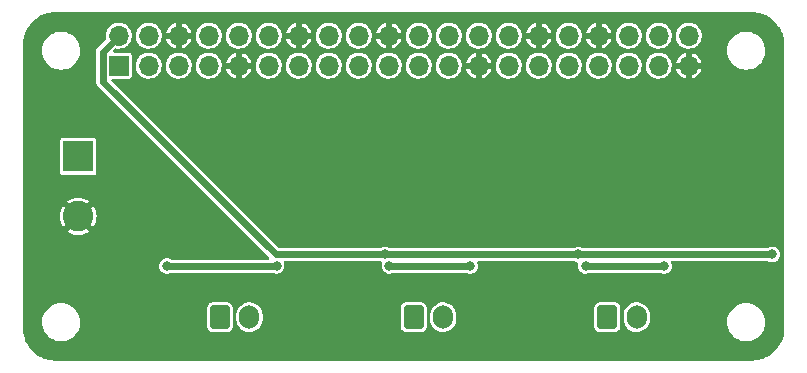
<source format=gbr>
%TF.GenerationSoftware,KiCad,Pcbnew,(6.0.4)*%
%TF.CreationDate,2022-04-02T10:59:53-03:00*%
%TF.ProjectId,SilentFanZeroHAT,53696c65-6e74-4466-916e-5a65726f4841,rev?*%
%TF.SameCoordinates,Original*%
%TF.FileFunction,Copper,L2,Bot*%
%TF.FilePolarity,Positive*%
%FSLAX46Y46*%
G04 Gerber Fmt 4.6, Leading zero omitted, Abs format (unit mm)*
G04 Created by KiCad (PCBNEW (6.0.4)) date 2022-04-02 10:59:53*
%MOMM*%
%LPD*%
G01*
G04 APERTURE LIST*
G04 Aperture macros list*
%AMRoundRect*
0 Rectangle with rounded corners*
0 $1 Rounding radius*
0 $2 $3 $4 $5 $6 $7 $8 $9 X,Y pos of 4 corners*
0 Add a 4 corners polygon primitive as box body*
4,1,4,$2,$3,$4,$5,$6,$7,$8,$9,$2,$3,0*
0 Add four circle primitives for the rounded corners*
1,1,$1+$1,$2,$3*
1,1,$1+$1,$4,$5*
1,1,$1+$1,$6,$7*
1,1,$1+$1,$8,$9*
0 Add four rect primitives between the rounded corners*
20,1,$1+$1,$2,$3,$4,$5,0*
20,1,$1+$1,$4,$5,$6,$7,0*
20,1,$1+$1,$6,$7,$8,$9,0*
20,1,$1+$1,$8,$9,$2,$3,0*%
G04 Aperture macros list end*
%TA.AperFunction,ComponentPad*%
%ADD10RoundRect,0.250000X-0.600000X-0.750000X0.600000X-0.750000X0.600000X0.750000X-0.600000X0.750000X0*%
%TD*%
%TA.AperFunction,ComponentPad*%
%ADD11O,1.700000X2.000000*%
%TD*%
%TA.AperFunction,ComponentPad*%
%ADD12R,2.600000X2.600000*%
%TD*%
%TA.AperFunction,ComponentPad*%
%ADD13C,2.600000*%
%TD*%
%TA.AperFunction,ComponentPad*%
%ADD14R,1.700000X1.700000*%
%TD*%
%TA.AperFunction,ComponentPad*%
%ADD15O,1.700000X1.700000*%
%TD*%
%TA.AperFunction,ViaPad*%
%ADD16C,0.800000*%
%TD*%
%TA.AperFunction,Conductor*%
%ADD17C,0.600000*%
%TD*%
G04 APERTURE END LIST*
D10*
%TO.P,J3,1,Pin_1*%
%TO.N,/Fan_channels/VFAN+*%
X233350000Y-120075000D03*
D11*
%TO.P,J3,2,Pin_2*%
%TO.N,Net-(C3-Pad2)*%
X235850000Y-120075000D03*
%TD*%
D10*
%TO.P,J2,1,Pin_1*%
%TO.N,/Fan_channels/VFAN+*%
X216950000Y-120075000D03*
D11*
%TO.P,J2,2,Pin_2*%
%TO.N,Net-(C1-Pad2)*%
X219450000Y-120075000D03*
%TD*%
D10*
%TO.P,J4,1,Pin_1*%
%TO.N,/Fan_channels/VFAN+*%
X249750000Y-120075000D03*
D11*
%TO.P,J4,2,Pin_2*%
%TO.N,Net-(C5-Pad2)*%
X252250000Y-120075000D03*
%TD*%
D12*
%TO.P,J1,1,Pin_1*%
%TO.N,/Fan_channels/VM*%
X204940000Y-106460000D03*
D13*
%TO.P,J1,2,Pin_2*%
%TO.N,GND*%
X204940000Y-111540000D03*
%TD*%
D14*
%TO.P,P1,1,Pin_1*%
%TO.N,+3V3*%
X208370000Y-98770000D03*
D15*
%TO.P,P1,2,Pin_2*%
%TO.N,+5V*%
X208370000Y-96230000D03*
%TO.P,P1,3,Pin_3*%
%TO.N,/GPIO2(SDA1)*%
X210910000Y-98770000D03*
%TO.P,P1,4,Pin_4*%
%TO.N,+5V*%
X210910000Y-96230000D03*
%TO.P,P1,5,Pin_5*%
%TO.N,/GPIO3(SCL1)*%
X213450000Y-98770000D03*
%TO.P,P1,6,Pin_6*%
%TO.N,GND*%
X213450000Y-96230000D03*
%TO.P,P1,7,Pin_7*%
%TO.N,/GPIO4(GCLK)*%
X215990000Y-98770000D03*
%TO.P,P1,8,Pin_8*%
%TO.N,/GPIO14(TXD0)*%
X215990000Y-96230000D03*
%TO.P,P1,9,Pin_9*%
%TO.N,GND*%
X218530000Y-98770000D03*
%TO.P,P1,10,Pin_10*%
%TO.N,/GPIO15(RXD0)*%
X218530000Y-96230000D03*
%TO.P,P1,11,Pin_11*%
%TO.N,/GPIO17(GEN0)*%
X221070000Y-98770000D03*
%TO.P,P1,12,Pin_12*%
%TO.N,/GPIO18(GEN1)(PWM0)*%
X221070000Y-96230000D03*
%TO.P,P1,13,Pin_13*%
%TO.N,/GPIO27(GEN2)*%
X223610000Y-98770000D03*
%TO.P,P1,14,Pin_14*%
%TO.N,GND*%
X223610000Y-96230000D03*
%TO.P,P1,15,Pin_15*%
%TO.N,/GPIO22(GEN3)*%
X226150000Y-98770000D03*
%TO.P,P1,16,Pin_16*%
%TO.N,/GPIO23(GEN4)*%
X226150000Y-96230000D03*
%TO.P,P1,17,Pin_17*%
%TO.N,+3V3*%
X228690000Y-98770000D03*
%TO.P,P1,18,Pin_18*%
%TO.N,/GPIO24(GEN5)*%
X228690000Y-96230000D03*
%TO.P,P1,19,Pin_19*%
%TO.N,/GPIO10(SPI0_MOSI)*%
X231230000Y-98770000D03*
%TO.P,P1,20,Pin_20*%
%TO.N,GND*%
X231230000Y-96230000D03*
%TO.P,P1,21,Pin_21*%
%TO.N,/GPIO9(SPI0_MISO)*%
X233770000Y-98770000D03*
%TO.P,P1,22,Pin_22*%
%TO.N,/GPIO25(GEN6)*%
X233770000Y-96230000D03*
%TO.P,P1,23,Pin_23*%
%TO.N,/GPIO11(SPI0_SCK)*%
X236310000Y-98770000D03*
%TO.P,P1,24,Pin_24*%
%TO.N,/GPIO8(SPI0_CE_N)*%
X236310000Y-96230000D03*
%TO.P,P1,25,Pin_25*%
%TO.N,GND*%
X238850000Y-98770000D03*
%TO.P,P1,26,Pin_26*%
%TO.N,/GPIO7(SPI1_CE_N)*%
X238850000Y-96230000D03*
%TO.P,P1,27,Pin_27*%
%TO.N,/ID_SD*%
X241390000Y-98770000D03*
%TO.P,P1,28,Pin_28*%
%TO.N,/ID_SC*%
X241390000Y-96230000D03*
%TO.P,P1,29,Pin_29*%
%TO.N,FAN_0*%
X243930000Y-98770000D03*
%TO.P,P1,30,Pin_30*%
%TO.N,GND*%
X243930000Y-96230000D03*
%TO.P,P1,31,Pin_31*%
%TO.N,FAN_1*%
X246470000Y-98770000D03*
%TO.P,P1,32,Pin_32*%
%TO.N,/GPIO12(PWM0)*%
X246470000Y-96230000D03*
%TO.P,P1,33,Pin_33*%
%TO.N,/GPIO13(PWM1)*%
X249010000Y-98770000D03*
%TO.P,P1,34,Pin_34*%
%TO.N,GND*%
X249010000Y-96230000D03*
%TO.P,P1,35,Pin_35*%
%TO.N,/GPIO19(SPI1_MISO)*%
X251550000Y-98770000D03*
%TO.P,P1,36,Pin_36*%
%TO.N,/GPIO16*%
X251550000Y-96230000D03*
%TO.P,P1,37,Pin_37*%
%TO.N,FAN_2*%
X254090000Y-98770000D03*
%TO.P,P1,38,Pin_38*%
%TO.N,/GPIO20(SPI1_MOSI)*%
X254090000Y-96230000D03*
%TO.P,P1,39,Pin_39*%
%TO.N,GND*%
X256630000Y-98770000D03*
%TO.P,P1,40,Pin_40*%
%TO.N,/GPIO21(SPI1_SCK)*%
X256630000Y-96230000D03*
%TD*%
D16*
%TO.N,GND*%
X234000000Y-111000000D03*
X201000000Y-107000000D03*
X203000000Y-109000000D03*
X211000000Y-123000000D03*
X219000000Y-101000000D03*
X240000000Y-103000000D03*
X238000000Y-111000000D03*
X217000000Y-103000000D03*
X213000000Y-109000000D03*
X221000000Y-105000000D03*
X227000000Y-111000000D03*
X205000000Y-117000000D03*
X211000000Y-107000000D03*
X215000000Y-103000000D03*
X225000000Y-103000000D03*
X252000000Y-107000000D03*
X254000000Y-109000000D03*
X207000000Y-121000000D03*
X211000000Y-109000000D03*
X227000000Y-103000000D03*
X238000000Y-109000000D03*
X249000000Y-111000000D03*
X238000000Y-105000000D03*
X203000000Y-115000000D03*
X234000000Y-101000000D03*
X209000000Y-107000000D03*
X201000000Y-101000000D03*
X207000000Y-95000000D03*
X203000000Y-95000000D03*
X240000000Y-101000000D03*
X205000000Y-115000000D03*
X246000000Y-105000000D03*
X201000000Y-113000000D03*
X201000000Y-109000000D03*
X230000000Y-103000000D03*
X246000000Y-101000000D03*
X207000000Y-119000000D03*
X203000000Y-105000000D03*
X262000000Y-107000000D03*
X254000000Y-101000000D03*
X211000000Y-101000000D03*
X238000000Y-103000000D03*
X258000000Y-111000000D03*
X258000000Y-95000000D03*
X248000000Y-103000000D03*
X209000000Y-105000000D03*
X260000000Y-111000000D03*
X248000000Y-101000000D03*
X254000000Y-111000000D03*
X262000000Y-95000000D03*
X211000000Y-115000000D03*
X260000000Y-101000000D03*
X258000000Y-97000000D03*
X250000000Y-101000000D03*
X254000000Y-107000000D03*
X205000000Y-95000000D03*
X236000000Y-105000000D03*
X236000000Y-107000000D03*
X201000000Y-121000000D03*
X203000000Y-103000000D03*
X203000000Y-111000000D03*
X256000000Y-105000000D03*
X209000000Y-113000000D03*
X223000000Y-105000000D03*
X209000000Y-109000000D03*
X238000000Y-111000000D03*
X209000000Y-123000000D03*
X210000000Y-117000000D03*
X223000000Y-103000000D03*
X201000000Y-105000000D03*
X260000000Y-95000000D03*
X262000000Y-105000000D03*
X201000000Y-111000000D03*
X264000000Y-105000000D03*
X264000000Y-101000000D03*
X203000000Y-113000000D03*
X221000000Y-111000000D03*
X221000000Y-101000000D03*
X260000000Y-99000000D03*
X236000000Y-103000000D03*
X230000000Y-101000000D03*
X262000000Y-101000000D03*
X219000000Y-105000000D03*
X225000000Y-101000000D03*
X234000000Y-103000000D03*
X201000000Y-97000000D03*
X211000000Y-113000000D03*
X215000000Y-101000000D03*
X264000000Y-97000000D03*
X209000000Y-121000000D03*
X221000000Y-103000000D03*
X254000000Y-109000000D03*
X260000000Y-103000000D03*
X225000000Y-111000000D03*
X251000000Y-111000000D03*
X201000000Y-103000000D03*
X217000000Y-101000000D03*
X219000000Y-103000000D03*
X232000000Y-101000000D03*
X205000000Y-123000000D03*
X252000000Y-105000000D03*
X264000000Y-107000000D03*
X213000000Y-111000000D03*
X246000000Y-107000000D03*
X203000000Y-107000000D03*
X203000000Y-101000000D03*
X264000000Y-99000000D03*
X201000000Y-117000000D03*
X243000000Y-111000000D03*
X203000000Y-123000000D03*
X258000000Y-101000000D03*
X243000000Y-111000000D03*
X236000000Y-101000000D03*
X254000000Y-105000000D03*
X242000000Y-103000000D03*
X264000000Y-103000000D03*
X238000000Y-107000000D03*
X221000000Y-107000000D03*
X256000000Y-103000000D03*
X256000000Y-107000000D03*
X221000000Y-109000000D03*
X242000000Y-101000000D03*
X246000000Y-103000000D03*
X213000000Y-101000000D03*
X223000000Y-107000000D03*
X230000000Y-105000000D03*
X201000000Y-119000000D03*
X201000000Y-99000000D03*
X250000000Y-103000000D03*
X211000000Y-111000000D03*
X232000000Y-111000000D03*
X262000000Y-103000000D03*
X203000000Y-117000000D03*
X207000000Y-123000000D03*
X227000000Y-101000000D03*
X219000000Y-107000000D03*
X209000000Y-115000000D03*
X201000000Y-115000000D03*
X232000000Y-103000000D03*
X213000000Y-113000000D03*
X205000000Y-99000000D03*
X254000000Y-103000000D03*
X252000000Y-103000000D03*
X252000000Y-101000000D03*
X254000000Y-101000000D03*
X223000000Y-101000000D03*
X238000000Y-101000000D03*
X241000000Y-111000000D03*
X213000000Y-103000000D03*
X209000000Y-111000000D03*
%TO.N,+5V*%
X247300000Y-114762500D03*
X230900000Y-114762500D03*
X263700000Y-114762500D03*
%TO.N,Net-(D2-Pad2)*%
X221750000Y-115750000D03*
X212450000Y-115750000D03*
%TO.N,Net-(D4-Pad2)*%
X238150000Y-115750000D03*
X231300000Y-115750000D03*
%TO.N,Net-(D6-Pad2)*%
X254550000Y-115750000D03*
X247900000Y-115750000D03*
%TD*%
D17*
%TO.N,+5V*%
X230900000Y-114762500D02*
X247300000Y-114762500D01*
X207020489Y-100120489D02*
X221662500Y-114762500D01*
X208370000Y-96230000D02*
X207020489Y-97579511D01*
X221662500Y-114762500D02*
X230900000Y-114762500D01*
X247300000Y-114762500D02*
X263700000Y-114762500D01*
X207020489Y-97579511D02*
X207020489Y-100120489D01*
%TO.N,Net-(D2-Pad2)*%
X212450000Y-115750000D02*
X221750000Y-115750000D01*
%TO.N,Net-(D4-Pad2)*%
X231300000Y-115750000D02*
X238150000Y-115750000D01*
%TO.N,Net-(D6-Pad2)*%
X247900000Y-115750000D02*
X254550000Y-115750000D01*
%TD*%
%TA.AperFunction,Conductor*%
%TO.N,GND*%
G36*
X261987103Y-94256921D02*
G01*
X262000000Y-94259486D01*
X262012172Y-94257065D01*
X262024579Y-94257065D01*
X262024579Y-94257262D01*
X262035506Y-94256494D01*
X262300337Y-94271366D01*
X262314369Y-94272947D01*
X262459164Y-94297549D01*
X262603955Y-94322150D01*
X262617730Y-94325294D01*
X262705913Y-94350699D01*
X262899992Y-94406612D01*
X262913311Y-94411273D01*
X263184695Y-94523684D01*
X263197418Y-94529811D01*
X263454506Y-94671899D01*
X263466454Y-94679406D01*
X263663653Y-94819326D01*
X263706027Y-94849392D01*
X263717062Y-94858192D01*
X263936086Y-95053923D01*
X263946076Y-95063913D01*
X264141808Y-95282938D01*
X264150606Y-95293971D01*
X264320594Y-95533546D01*
X264328101Y-95545494D01*
X264469089Y-95800592D01*
X264470187Y-95802578D01*
X264476316Y-95815305D01*
X264588727Y-96086689D01*
X264593388Y-96100008D01*
X264630838Y-96230000D01*
X264674706Y-96382270D01*
X264677850Y-96396045D01*
X264693791Y-96489865D01*
X264722587Y-96659345D01*
X264727052Y-96685626D01*
X264728634Y-96699663D01*
X264742941Y-96954424D01*
X264743506Y-96964491D01*
X264742738Y-96975421D01*
X264742935Y-96975421D01*
X264742935Y-96987828D01*
X264740514Y-97000000D01*
X264742935Y-97012170D01*
X264743079Y-97012894D01*
X264745500Y-97037476D01*
X264745500Y-120962524D01*
X264743079Y-120987103D01*
X264740514Y-121000000D01*
X264742935Y-121012172D01*
X264742935Y-121024579D01*
X264742738Y-121024579D01*
X264743506Y-121035506D01*
X264728634Y-121300333D01*
X264727053Y-121314369D01*
X264705401Y-121441800D01*
X264677850Y-121603955D01*
X264674706Y-121617730D01*
X264593388Y-121899992D01*
X264588727Y-121913311D01*
X264515687Y-122089646D01*
X264476318Y-122184691D01*
X264470189Y-122197418D01*
X264328101Y-122454506D01*
X264320594Y-122466454D01*
X264204919Y-122629483D01*
X264150608Y-122706027D01*
X264141808Y-122717062D01*
X263964409Y-122915572D01*
X263946077Y-122936086D01*
X263936087Y-122946076D01*
X263717062Y-123141808D01*
X263706029Y-123150606D01*
X263466454Y-123320594D01*
X263454506Y-123328101D01*
X263197418Y-123470189D01*
X263184695Y-123476316D01*
X262913311Y-123588727D01*
X262899992Y-123593388D01*
X262750142Y-123636559D01*
X262617730Y-123674706D01*
X262603955Y-123677850D01*
X262459164Y-123702451D01*
X262314369Y-123727053D01*
X262300337Y-123728634D01*
X262035506Y-123743506D01*
X262024579Y-123742738D01*
X262024579Y-123742935D01*
X262012172Y-123742935D01*
X262000000Y-123740514D01*
X261987103Y-123743079D01*
X261962524Y-123745500D01*
X203037476Y-123745500D01*
X203012897Y-123743079D01*
X203000000Y-123740514D01*
X202987828Y-123742935D01*
X202975421Y-123742935D01*
X202975421Y-123742738D01*
X202964494Y-123743506D01*
X202699663Y-123728634D01*
X202685631Y-123727053D01*
X202540836Y-123702451D01*
X202396045Y-123677850D01*
X202382270Y-123674706D01*
X202249858Y-123636559D01*
X202100008Y-123593388D01*
X202086689Y-123588727D01*
X201815305Y-123476316D01*
X201802582Y-123470189D01*
X201545494Y-123328101D01*
X201533546Y-123320594D01*
X201293971Y-123150606D01*
X201282938Y-123141808D01*
X201063913Y-122946076D01*
X201053923Y-122936086D01*
X201035591Y-122915572D01*
X200858192Y-122717062D01*
X200849392Y-122706027D01*
X200795081Y-122629483D01*
X200679406Y-122466454D01*
X200671899Y-122454506D01*
X200529811Y-122197418D01*
X200523682Y-122184691D01*
X200484313Y-122089646D01*
X200411273Y-121913311D01*
X200406612Y-121899992D01*
X200325294Y-121617730D01*
X200322150Y-121603955D01*
X200294599Y-121441800D01*
X200272947Y-121314369D01*
X200271366Y-121300333D01*
X200256494Y-121035506D01*
X200257262Y-121024579D01*
X200257065Y-121024579D01*
X200257065Y-121012172D01*
X200259486Y-121000000D01*
X200256921Y-120987103D01*
X200254500Y-120962524D01*
X200254500Y-120500000D01*
X201890539Y-120500000D01*
X201910354Y-120751775D01*
X201911508Y-120756582D01*
X201911509Y-120756588D01*
X201926512Y-120819079D01*
X201969312Y-120997351D01*
X201971205Y-121001922D01*
X201971206Y-121001924D01*
X202021917Y-121124350D01*
X202065960Y-121230680D01*
X202197919Y-121446017D01*
X202361939Y-121638061D01*
X202553983Y-121802081D01*
X202769320Y-121934040D01*
X202773890Y-121935933D01*
X202773894Y-121935935D01*
X202998076Y-122028794D01*
X203002649Y-122030688D01*
X203088865Y-122051387D01*
X203243412Y-122088491D01*
X203243418Y-122088492D01*
X203248225Y-122089646D01*
X203336253Y-122096574D01*
X203434507Y-122104307D01*
X203434516Y-122104307D01*
X203436964Y-122104500D01*
X203563036Y-122104500D01*
X203565484Y-122104307D01*
X203565493Y-122104307D01*
X203663747Y-122096574D01*
X203751775Y-122089646D01*
X203756582Y-122088492D01*
X203756588Y-122088491D01*
X203911135Y-122051387D01*
X203997351Y-122030688D01*
X204001924Y-122028794D01*
X204226106Y-121935935D01*
X204226110Y-121935933D01*
X204230680Y-121934040D01*
X204446017Y-121802081D01*
X204638061Y-121638061D01*
X204802081Y-121446017D01*
X204934040Y-121230680D01*
X204978084Y-121124350D01*
X205028794Y-121001924D01*
X205028795Y-121001922D01*
X205030688Y-120997351D01*
X205060601Y-120872756D01*
X215845500Y-120872756D01*
X215852202Y-120934448D01*
X215902929Y-121069764D01*
X215908309Y-121076943D01*
X215908311Y-121076946D01*
X215946785Y-121128281D01*
X215989596Y-121185404D01*
X215996776Y-121190785D01*
X216098054Y-121266689D01*
X216098057Y-121266691D01*
X216105236Y-121272071D01*
X216189922Y-121303818D01*
X216233157Y-121320026D01*
X216233159Y-121320026D01*
X216240552Y-121322798D01*
X216248402Y-121323651D01*
X216248403Y-121323651D01*
X216249149Y-121323732D01*
X216302244Y-121329500D01*
X217597756Y-121329500D01*
X217650851Y-121323732D01*
X217651597Y-121323651D01*
X217651598Y-121323651D01*
X217659448Y-121322798D01*
X217666841Y-121320026D01*
X217666843Y-121320026D01*
X217710078Y-121303818D01*
X217794764Y-121272071D01*
X217801943Y-121266691D01*
X217801946Y-121266689D01*
X217903224Y-121190785D01*
X217910404Y-121185404D01*
X217953215Y-121128281D01*
X217991689Y-121076946D01*
X217991691Y-121076943D01*
X217997071Y-121069764D01*
X218047798Y-120934448D01*
X218054500Y-120872756D01*
X218054500Y-120277659D01*
X218345500Y-120277659D01*
X218360493Y-120434806D01*
X218419823Y-120637042D01*
X218422573Y-120642381D01*
X218473180Y-120740640D01*
X218516324Y-120824410D01*
X218520028Y-120829125D01*
X218642808Y-120985432D01*
X218642812Y-120985436D01*
X218646514Y-120990149D01*
X218651044Y-120994080D01*
X218651045Y-120994081D01*
X218801165Y-121124350D01*
X218801170Y-121124354D01*
X218805696Y-121128281D01*
X218988126Y-121233819D01*
X219187222Y-121302957D01*
X219193155Y-121303817D01*
X219193158Y-121303818D01*
X219389860Y-121332338D01*
X219389863Y-121332338D01*
X219395800Y-121333199D01*
X219606333Y-121323455D01*
X219612157Y-121322051D01*
X219612160Y-121322051D01*
X219805393Y-121275482D01*
X219805395Y-121275481D01*
X219811226Y-121274076D01*
X219816684Y-121271594D01*
X219816688Y-121271593D01*
X219994414Y-121190785D01*
X220003084Y-121186843D01*
X220174986Y-121064904D01*
X220320728Y-120912660D01*
X220346494Y-120872756D01*
X232245500Y-120872756D01*
X232252202Y-120934448D01*
X232302929Y-121069764D01*
X232308309Y-121076943D01*
X232308311Y-121076946D01*
X232346785Y-121128281D01*
X232389596Y-121185404D01*
X232396776Y-121190785D01*
X232498054Y-121266689D01*
X232498057Y-121266691D01*
X232505236Y-121272071D01*
X232589922Y-121303818D01*
X232633157Y-121320026D01*
X232633159Y-121320026D01*
X232640552Y-121322798D01*
X232648402Y-121323651D01*
X232648403Y-121323651D01*
X232649149Y-121323732D01*
X232702244Y-121329500D01*
X233997756Y-121329500D01*
X234050851Y-121323732D01*
X234051597Y-121323651D01*
X234051598Y-121323651D01*
X234059448Y-121322798D01*
X234066841Y-121320026D01*
X234066843Y-121320026D01*
X234110078Y-121303818D01*
X234194764Y-121272071D01*
X234201943Y-121266691D01*
X234201946Y-121266689D01*
X234303224Y-121190785D01*
X234310404Y-121185404D01*
X234353215Y-121128281D01*
X234391689Y-121076946D01*
X234391691Y-121076943D01*
X234397071Y-121069764D01*
X234447798Y-120934448D01*
X234454500Y-120872756D01*
X234454500Y-120277659D01*
X234745500Y-120277659D01*
X234760493Y-120434806D01*
X234819823Y-120637042D01*
X234822573Y-120642381D01*
X234873180Y-120740640D01*
X234916324Y-120824410D01*
X234920028Y-120829125D01*
X235042808Y-120985432D01*
X235042812Y-120985436D01*
X235046514Y-120990149D01*
X235051044Y-120994080D01*
X235051045Y-120994081D01*
X235201165Y-121124350D01*
X235201170Y-121124354D01*
X235205696Y-121128281D01*
X235388126Y-121233819D01*
X235587222Y-121302957D01*
X235593155Y-121303817D01*
X235593158Y-121303818D01*
X235789860Y-121332338D01*
X235789863Y-121332338D01*
X235795800Y-121333199D01*
X236006333Y-121323455D01*
X236012157Y-121322051D01*
X236012160Y-121322051D01*
X236205393Y-121275482D01*
X236205395Y-121275481D01*
X236211226Y-121274076D01*
X236216684Y-121271594D01*
X236216688Y-121271593D01*
X236394414Y-121190785D01*
X236403084Y-121186843D01*
X236574986Y-121064904D01*
X236720728Y-120912660D01*
X236746494Y-120872756D01*
X248645500Y-120872756D01*
X248652202Y-120934448D01*
X248702929Y-121069764D01*
X248708309Y-121076943D01*
X248708311Y-121076946D01*
X248746785Y-121128281D01*
X248789596Y-121185404D01*
X248796776Y-121190785D01*
X248898054Y-121266689D01*
X248898057Y-121266691D01*
X248905236Y-121272071D01*
X248989922Y-121303818D01*
X249033157Y-121320026D01*
X249033159Y-121320026D01*
X249040552Y-121322798D01*
X249048402Y-121323651D01*
X249048403Y-121323651D01*
X249049149Y-121323732D01*
X249102244Y-121329500D01*
X250397756Y-121329500D01*
X250450851Y-121323732D01*
X250451597Y-121323651D01*
X250451598Y-121323651D01*
X250459448Y-121322798D01*
X250466841Y-121320026D01*
X250466843Y-121320026D01*
X250510078Y-121303818D01*
X250594764Y-121272071D01*
X250601943Y-121266691D01*
X250601946Y-121266689D01*
X250703224Y-121190785D01*
X250710404Y-121185404D01*
X250753215Y-121128281D01*
X250791689Y-121076946D01*
X250791691Y-121076943D01*
X250797071Y-121069764D01*
X250847798Y-120934448D01*
X250854500Y-120872756D01*
X250854500Y-120277659D01*
X251145500Y-120277659D01*
X251160493Y-120434806D01*
X251219823Y-120637042D01*
X251222573Y-120642381D01*
X251273180Y-120740640D01*
X251316324Y-120824410D01*
X251320028Y-120829125D01*
X251442808Y-120985432D01*
X251442812Y-120985436D01*
X251446514Y-120990149D01*
X251451044Y-120994080D01*
X251451045Y-120994081D01*
X251601165Y-121124350D01*
X251601170Y-121124354D01*
X251605696Y-121128281D01*
X251788126Y-121233819D01*
X251987222Y-121302957D01*
X251993155Y-121303817D01*
X251993158Y-121303818D01*
X252189860Y-121332338D01*
X252189863Y-121332338D01*
X252195800Y-121333199D01*
X252406333Y-121323455D01*
X252412157Y-121322051D01*
X252412160Y-121322051D01*
X252605393Y-121275482D01*
X252605395Y-121275481D01*
X252611226Y-121274076D01*
X252616684Y-121271594D01*
X252616688Y-121271593D01*
X252794414Y-121190785D01*
X252803084Y-121186843D01*
X252974986Y-121064904D01*
X253120728Y-120912660D01*
X253177710Y-120824410D01*
X253231800Y-120740640D01*
X253231801Y-120740637D01*
X253235052Y-120735603D01*
X253313834Y-120540122D01*
X253321669Y-120500000D01*
X259890539Y-120500000D01*
X259910354Y-120751775D01*
X259911508Y-120756582D01*
X259911509Y-120756588D01*
X259926512Y-120819079D01*
X259969312Y-120997351D01*
X259971205Y-121001922D01*
X259971206Y-121001924D01*
X260021917Y-121124350D01*
X260065960Y-121230680D01*
X260197919Y-121446017D01*
X260361939Y-121638061D01*
X260553983Y-121802081D01*
X260769320Y-121934040D01*
X260773890Y-121935933D01*
X260773894Y-121935935D01*
X260998076Y-122028794D01*
X261002649Y-122030688D01*
X261088865Y-122051387D01*
X261243412Y-122088491D01*
X261243418Y-122088492D01*
X261248225Y-122089646D01*
X261336253Y-122096574D01*
X261434507Y-122104307D01*
X261434516Y-122104307D01*
X261436964Y-122104500D01*
X261563036Y-122104500D01*
X261565484Y-122104307D01*
X261565493Y-122104307D01*
X261663747Y-122096574D01*
X261751775Y-122089646D01*
X261756582Y-122088492D01*
X261756588Y-122088491D01*
X261911135Y-122051387D01*
X261997351Y-122030688D01*
X262001924Y-122028794D01*
X262226106Y-121935935D01*
X262226110Y-121935933D01*
X262230680Y-121934040D01*
X262446017Y-121802081D01*
X262638061Y-121638061D01*
X262802081Y-121446017D01*
X262934040Y-121230680D01*
X262978084Y-121124350D01*
X263028794Y-121001924D01*
X263028795Y-121001922D01*
X263030688Y-120997351D01*
X263073488Y-120819079D01*
X263088491Y-120756588D01*
X263088492Y-120756582D01*
X263089646Y-120751775D01*
X263109461Y-120500000D01*
X263089646Y-120248225D01*
X263088492Y-120243418D01*
X263088491Y-120243412D01*
X263031843Y-120007461D01*
X263030688Y-120002649D01*
X263028794Y-119998076D01*
X262935935Y-119773894D01*
X262935933Y-119773890D01*
X262934040Y-119769320D01*
X262802081Y-119553983D01*
X262638061Y-119361939D01*
X262446017Y-119197919D01*
X262230680Y-119065960D01*
X262226110Y-119064067D01*
X262226106Y-119064065D01*
X262001924Y-118971206D01*
X262001922Y-118971205D01*
X261997351Y-118969312D01*
X261911135Y-118948613D01*
X261756588Y-118911509D01*
X261756582Y-118911508D01*
X261751775Y-118910354D01*
X261663747Y-118903426D01*
X261565493Y-118895693D01*
X261565484Y-118895693D01*
X261563036Y-118895500D01*
X261436964Y-118895500D01*
X261434516Y-118895693D01*
X261434507Y-118895693D01*
X261336253Y-118903426D01*
X261248225Y-118910354D01*
X261243418Y-118911508D01*
X261243412Y-118911509D01*
X261088865Y-118948613D01*
X261002649Y-118969312D01*
X260998078Y-118971205D01*
X260998076Y-118971206D01*
X260773894Y-119064065D01*
X260773890Y-119064067D01*
X260769320Y-119065960D01*
X260553983Y-119197919D01*
X260361939Y-119361939D01*
X260197919Y-119553983D01*
X260065960Y-119769320D01*
X260064067Y-119773890D01*
X260064065Y-119773894D01*
X259971206Y-119998076D01*
X259969312Y-120002649D01*
X259968157Y-120007461D01*
X259911509Y-120243412D01*
X259911508Y-120243418D01*
X259910354Y-120248225D01*
X259890539Y-120500000D01*
X253321669Y-120500000D01*
X253354229Y-120333271D01*
X253354500Y-120327730D01*
X253354500Y-119872341D01*
X253339507Y-119715194D01*
X253280177Y-119512958D01*
X253229415Y-119414397D01*
X253186422Y-119330921D01*
X253186420Y-119330918D01*
X253183676Y-119325590D01*
X253114355Y-119237340D01*
X253057192Y-119164568D01*
X253057188Y-119164564D01*
X253053486Y-119159851D01*
X253048955Y-119155919D01*
X252898835Y-119025650D01*
X252898830Y-119025646D01*
X252894304Y-119021719D01*
X252711874Y-118916181D01*
X252512778Y-118847043D01*
X252506845Y-118846183D01*
X252506842Y-118846182D01*
X252310140Y-118817662D01*
X252310137Y-118817662D01*
X252304200Y-118816801D01*
X252093667Y-118826545D01*
X252087843Y-118827949D01*
X252087840Y-118827949D01*
X251894607Y-118874518D01*
X251894605Y-118874519D01*
X251888774Y-118875924D01*
X251883316Y-118878406D01*
X251883312Y-118878407D01*
X251810509Y-118911509D01*
X251696916Y-118963157D01*
X251525014Y-119085096D01*
X251379272Y-119237340D01*
X251376021Y-119242375D01*
X251296391Y-119365701D01*
X251264948Y-119414397D01*
X251186166Y-119609878D01*
X251145771Y-119816729D01*
X251145500Y-119822270D01*
X251145500Y-120277659D01*
X250854500Y-120277659D01*
X250854500Y-119277244D01*
X250847798Y-119215552D01*
X250842394Y-119201135D01*
X250800221Y-119088640D01*
X250797071Y-119080236D01*
X250791691Y-119073057D01*
X250791689Y-119073054D01*
X250715785Y-118971776D01*
X250710404Y-118964596D01*
X250638029Y-118910354D01*
X250601946Y-118883311D01*
X250601943Y-118883309D01*
X250594764Y-118877929D01*
X250505046Y-118844296D01*
X250466843Y-118829974D01*
X250466841Y-118829974D01*
X250459448Y-118827202D01*
X250451598Y-118826349D01*
X250451597Y-118826349D01*
X250401153Y-118820869D01*
X250401152Y-118820869D01*
X250397756Y-118820500D01*
X249102244Y-118820500D01*
X249098848Y-118820869D01*
X249098847Y-118820869D01*
X249048403Y-118826349D01*
X249048402Y-118826349D01*
X249040552Y-118827202D01*
X249033159Y-118829974D01*
X249033157Y-118829974D01*
X248994954Y-118844296D01*
X248905236Y-118877929D01*
X248898057Y-118883309D01*
X248898054Y-118883311D01*
X248861971Y-118910354D01*
X248789596Y-118964596D01*
X248784215Y-118971776D01*
X248708311Y-119073054D01*
X248708309Y-119073057D01*
X248702929Y-119080236D01*
X248699779Y-119088640D01*
X248657607Y-119201135D01*
X248652202Y-119215552D01*
X248645500Y-119277244D01*
X248645500Y-120872756D01*
X236746494Y-120872756D01*
X236777710Y-120824410D01*
X236831800Y-120740640D01*
X236831801Y-120740637D01*
X236835052Y-120735603D01*
X236913834Y-120540122D01*
X236954229Y-120333271D01*
X236954500Y-120327730D01*
X236954500Y-119872341D01*
X236939507Y-119715194D01*
X236880177Y-119512958D01*
X236829415Y-119414397D01*
X236786422Y-119330921D01*
X236786420Y-119330918D01*
X236783676Y-119325590D01*
X236714355Y-119237340D01*
X236657192Y-119164568D01*
X236657188Y-119164564D01*
X236653486Y-119159851D01*
X236648955Y-119155919D01*
X236498835Y-119025650D01*
X236498830Y-119025646D01*
X236494304Y-119021719D01*
X236311874Y-118916181D01*
X236112778Y-118847043D01*
X236106845Y-118846183D01*
X236106842Y-118846182D01*
X235910140Y-118817662D01*
X235910137Y-118817662D01*
X235904200Y-118816801D01*
X235693667Y-118826545D01*
X235687843Y-118827949D01*
X235687840Y-118827949D01*
X235494607Y-118874518D01*
X235494605Y-118874519D01*
X235488774Y-118875924D01*
X235483316Y-118878406D01*
X235483312Y-118878407D01*
X235410509Y-118911509D01*
X235296916Y-118963157D01*
X235125014Y-119085096D01*
X234979272Y-119237340D01*
X234976021Y-119242375D01*
X234896391Y-119365701D01*
X234864948Y-119414397D01*
X234786166Y-119609878D01*
X234745771Y-119816729D01*
X234745500Y-119822270D01*
X234745500Y-120277659D01*
X234454500Y-120277659D01*
X234454500Y-119277244D01*
X234447798Y-119215552D01*
X234442394Y-119201135D01*
X234400221Y-119088640D01*
X234397071Y-119080236D01*
X234391691Y-119073057D01*
X234391689Y-119073054D01*
X234315785Y-118971776D01*
X234310404Y-118964596D01*
X234238029Y-118910354D01*
X234201946Y-118883311D01*
X234201943Y-118883309D01*
X234194764Y-118877929D01*
X234105046Y-118844296D01*
X234066843Y-118829974D01*
X234066841Y-118829974D01*
X234059448Y-118827202D01*
X234051598Y-118826349D01*
X234051597Y-118826349D01*
X234001153Y-118820869D01*
X234001152Y-118820869D01*
X233997756Y-118820500D01*
X232702244Y-118820500D01*
X232698848Y-118820869D01*
X232698847Y-118820869D01*
X232648403Y-118826349D01*
X232648402Y-118826349D01*
X232640552Y-118827202D01*
X232633159Y-118829974D01*
X232633157Y-118829974D01*
X232594954Y-118844296D01*
X232505236Y-118877929D01*
X232498057Y-118883309D01*
X232498054Y-118883311D01*
X232461971Y-118910354D01*
X232389596Y-118964596D01*
X232384215Y-118971776D01*
X232308311Y-119073054D01*
X232308309Y-119073057D01*
X232302929Y-119080236D01*
X232299779Y-119088640D01*
X232257607Y-119201135D01*
X232252202Y-119215552D01*
X232245500Y-119277244D01*
X232245500Y-120872756D01*
X220346494Y-120872756D01*
X220377710Y-120824410D01*
X220431800Y-120740640D01*
X220431801Y-120740637D01*
X220435052Y-120735603D01*
X220513834Y-120540122D01*
X220554229Y-120333271D01*
X220554500Y-120327730D01*
X220554500Y-119872341D01*
X220539507Y-119715194D01*
X220480177Y-119512958D01*
X220429415Y-119414397D01*
X220386422Y-119330921D01*
X220386420Y-119330918D01*
X220383676Y-119325590D01*
X220314355Y-119237340D01*
X220257192Y-119164568D01*
X220257188Y-119164564D01*
X220253486Y-119159851D01*
X220248955Y-119155919D01*
X220098835Y-119025650D01*
X220098830Y-119025646D01*
X220094304Y-119021719D01*
X219911874Y-118916181D01*
X219712778Y-118847043D01*
X219706845Y-118846183D01*
X219706842Y-118846182D01*
X219510140Y-118817662D01*
X219510137Y-118817662D01*
X219504200Y-118816801D01*
X219293667Y-118826545D01*
X219287843Y-118827949D01*
X219287840Y-118827949D01*
X219094607Y-118874518D01*
X219094605Y-118874519D01*
X219088774Y-118875924D01*
X219083316Y-118878406D01*
X219083312Y-118878407D01*
X219010509Y-118911509D01*
X218896916Y-118963157D01*
X218725014Y-119085096D01*
X218579272Y-119237340D01*
X218576021Y-119242375D01*
X218496391Y-119365701D01*
X218464948Y-119414397D01*
X218386166Y-119609878D01*
X218345771Y-119816729D01*
X218345500Y-119822270D01*
X218345500Y-120277659D01*
X218054500Y-120277659D01*
X218054500Y-119277244D01*
X218047798Y-119215552D01*
X218042394Y-119201135D01*
X218000221Y-119088640D01*
X217997071Y-119080236D01*
X217991691Y-119073057D01*
X217991689Y-119073054D01*
X217915785Y-118971776D01*
X217910404Y-118964596D01*
X217838029Y-118910354D01*
X217801946Y-118883311D01*
X217801943Y-118883309D01*
X217794764Y-118877929D01*
X217705046Y-118844296D01*
X217666843Y-118829974D01*
X217666841Y-118829974D01*
X217659448Y-118827202D01*
X217651598Y-118826349D01*
X217651597Y-118826349D01*
X217601153Y-118820869D01*
X217601152Y-118820869D01*
X217597756Y-118820500D01*
X216302244Y-118820500D01*
X216298848Y-118820869D01*
X216298847Y-118820869D01*
X216248403Y-118826349D01*
X216248402Y-118826349D01*
X216240552Y-118827202D01*
X216233159Y-118829974D01*
X216233157Y-118829974D01*
X216194954Y-118844296D01*
X216105236Y-118877929D01*
X216098057Y-118883309D01*
X216098054Y-118883311D01*
X216061971Y-118910354D01*
X215989596Y-118964596D01*
X215984215Y-118971776D01*
X215908311Y-119073054D01*
X215908309Y-119073057D01*
X215902929Y-119080236D01*
X215899779Y-119088640D01*
X215857607Y-119201135D01*
X215852202Y-119215552D01*
X215845500Y-119277244D01*
X215845500Y-120872756D01*
X205060601Y-120872756D01*
X205073488Y-120819079D01*
X205088491Y-120756588D01*
X205088492Y-120756582D01*
X205089646Y-120751775D01*
X205109461Y-120500000D01*
X205089646Y-120248225D01*
X205088492Y-120243418D01*
X205088491Y-120243412D01*
X205031843Y-120007461D01*
X205030688Y-120002649D01*
X205028794Y-119998076D01*
X204935935Y-119773894D01*
X204935933Y-119773890D01*
X204934040Y-119769320D01*
X204802081Y-119553983D01*
X204638061Y-119361939D01*
X204446017Y-119197919D01*
X204230680Y-119065960D01*
X204226110Y-119064067D01*
X204226106Y-119064065D01*
X204001924Y-118971206D01*
X204001922Y-118971205D01*
X203997351Y-118969312D01*
X203911135Y-118948613D01*
X203756588Y-118911509D01*
X203756582Y-118911508D01*
X203751775Y-118910354D01*
X203663747Y-118903426D01*
X203565493Y-118895693D01*
X203565484Y-118895693D01*
X203563036Y-118895500D01*
X203436964Y-118895500D01*
X203434516Y-118895693D01*
X203434507Y-118895693D01*
X203336253Y-118903426D01*
X203248225Y-118910354D01*
X203243418Y-118911508D01*
X203243412Y-118911509D01*
X203088865Y-118948613D01*
X203002649Y-118969312D01*
X202998078Y-118971205D01*
X202998076Y-118971206D01*
X202773894Y-119064065D01*
X202773890Y-119064067D01*
X202769320Y-119065960D01*
X202553983Y-119197919D01*
X202361939Y-119361939D01*
X202197919Y-119553983D01*
X202065960Y-119769320D01*
X202064067Y-119773890D01*
X202064065Y-119773894D01*
X201971206Y-119998076D01*
X201969312Y-120002649D01*
X201968157Y-120007461D01*
X201911509Y-120243412D01*
X201911508Y-120243418D01*
X201910354Y-120248225D01*
X201890539Y-120500000D01*
X200254500Y-120500000D01*
X200254500Y-112806122D01*
X204038708Y-112806122D01*
X204044435Y-112813772D01*
X204228097Y-112926319D01*
X204236888Y-112930798D01*
X204453730Y-113020618D01*
X204463115Y-113023667D01*
X204691336Y-113078459D01*
X204701083Y-113080002D01*
X204935070Y-113098417D01*
X204944930Y-113098417D01*
X205178917Y-113080002D01*
X205188664Y-113078459D01*
X205416885Y-113023667D01*
X205426270Y-113020618D01*
X205643112Y-112930798D01*
X205651903Y-112926319D01*
X205831898Y-112816019D01*
X205841359Y-112805563D01*
X205837575Y-112796785D01*
X204952812Y-111912022D01*
X204938868Y-111904408D01*
X204937035Y-111904539D01*
X204930420Y-111908790D01*
X204045468Y-112793742D01*
X204038708Y-112806122D01*
X200254500Y-112806122D01*
X200254500Y-111544930D01*
X203381583Y-111544930D01*
X203399998Y-111778917D01*
X203401541Y-111788664D01*
X203456333Y-112016885D01*
X203459382Y-112026270D01*
X203549202Y-112243112D01*
X203553681Y-112251903D01*
X203663981Y-112431898D01*
X203674437Y-112441359D01*
X203683215Y-112437575D01*
X204567978Y-111552812D01*
X204574356Y-111541132D01*
X205304408Y-111541132D01*
X205304539Y-111542965D01*
X205308790Y-111549580D01*
X206193742Y-112434532D01*
X206206122Y-112441292D01*
X206213772Y-112435565D01*
X206326319Y-112251903D01*
X206330798Y-112243112D01*
X206420618Y-112026270D01*
X206423667Y-112016885D01*
X206478459Y-111788664D01*
X206480002Y-111778917D01*
X206498417Y-111544930D01*
X206498417Y-111535070D01*
X206480002Y-111301083D01*
X206478459Y-111291336D01*
X206423667Y-111063115D01*
X206420618Y-111053730D01*
X206330798Y-110836888D01*
X206326319Y-110828097D01*
X206216019Y-110648102D01*
X206205563Y-110638641D01*
X206196785Y-110642425D01*
X205312022Y-111527188D01*
X205304408Y-111541132D01*
X204574356Y-111541132D01*
X204575592Y-111538868D01*
X204575461Y-111537035D01*
X204571210Y-111530420D01*
X203686258Y-110645468D01*
X203673878Y-110638708D01*
X203666228Y-110644435D01*
X203553681Y-110828097D01*
X203549202Y-110836888D01*
X203459382Y-111053730D01*
X203456333Y-111063115D01*
X203401541Y-111291336D01*
X203399998Y-111301083D01*
X203381583Y-111535070D01*
X203381583Y-111544930D01*
X200254500Y-111544930D01*
X200254500Y-110274437D01*
X204038641Y-110274437D01*
X204042425Y-110283215D01*
X204927188Y-111167978D01*
X204941132Y-111175592D01*
X204942965Y-111175461D01*
X204949580Y-111171210D01*
X205834532Y-110286258D01*
X205841292Y-110273878D01*
X205835565Y-110266228D01*
X205651903Y-110153681D01*
X205643112Y-110149202D01*
X205426270Y-110059382D01*
X205416885Y-110056333D01*
X205188664Y-110001541D01*
X205178917Y-109999998D01*
X204944930Y-109981583D01*
X204935070Y-109981583D01*
X204701083Y-109999998D01*
X204691336Y-110001541D01*
X204463115Y-110056333D01*
X204453730Y-110059382D01*
X204236888Y-110149202D01*
X204228097Y-110153681D01*
X204048102Y-110263981D01*
X204038641Y-110274437D01*
X200254500Y-110274437D01*
X200254500Y-105134933D01*
X203385500Y-105134933D01*
X203385501Y-107785066D01*
X203400266Y-107859301D01*
X203456516Y-107943484D01*
X203540699Y-107999734D01*
X203614933Y-108014500D01*
X204939785Y-108014500D01*
X206265066Y-108014499D01*
X206300818Y-108007388D01*
X206327126Y-108002156D01*
X206327128Y-108002155D01*
X206339301Y-107999734D01*
X206349621Y-107992839D01*
X206349622Y-107992838D01*
X206413168Y-107950377D01*
X206423484Y-107943484D01*
X206479734Y-107859301D01*
X206494500Y-107785067D01*
X206494499Y-105134934D01*
X206479734Y-105060699D01*
X206423484Y-104976516D01*
X206339301Y-104920266D01*
X206265067Y-104905500D01*
X204940215Y-104905500D01*
X203614934Y-104905501D01*
X203579182Y-104912612D01*
X203552874Y-104917844D01*
X203552872Y-104917845D01*
X203540699Y-104920266D01*
X203530379Y-104927161D01*
X203530378Y-104927162D01*
X203469985Y-104967516D01*
X203456516Y-104976516D01*
X203400266Y-105060699D01*
X203385500Y-105134933D01*
X200254500Y-105134933D01*
X200254500Y-97500000D01*
X201890539Y-97500000D01*
X201910354Y-97751775D01*
X201911508Y-97756582D01*
X201911509Y-97756588D01*
X201940279Y-97876421D01*
X201969312Y-97997351D01*
X201971205Y-98001922D01*
X201971206Y-98001924D01*
X202051542Y-98195871D01*
X202065960Y-98230680D01*
X202197919Y-98446017D01*
X202361939Y-98638061D01*
X202553983Y-98802081D01*
X202769320Y-98934040D01*
X202773890Y-98935933D01*
X202773894Y-98935935D01*
X202997306Y-99028475D01*
X203002649Y-99030688D01*
X203050246Y-99042115D01*
X203243412Y-99088491D01*
X203243418Y-99088492D01*
X203248225Y-99089646D01*
X203336253Y-99096574D01*
X203434507Y-99104307D01*
X203434516Y-99104307D01*
X203436964Y-99104500D01*
X203563036Y-99104500D01*
X203565484Y-99104307D01*
X203565493Y-99104307D01*
X203663747Y-99096574D01*
X203751775Y-99089646D01*
X203756582Y-99088492D01*
X203756588Y-99088491D01*
X203949754Y-99042115D01*
X203997351Y-99030688D01*
X204002694Y-99028475D01*
X204226106Y-98935935D01*
X204226110Y-98935933D01*
X204230680Y-98934040D01*
X204446017Y-98802081D01*
X204638061Y-98638061D01*
X204802081Y-98446017D01*
X204934040Y-98230680D01*
X204948459Y-98195871D01*
X205028794Y-98001924D01*
X205028795Y-98001922D01*
X205030688Y-97997351D01*
X205059721Y-97876421D01*
X205088491Y-97756588D01*
X205088492Y-97756582D01*
X205089646Y-97751775D01*
X205101820Y-97597092D01*
X206461052Y-97597092D01*
X206464226Y-97615857D01*
X206465989Y-97636859D01*
X206465989Y-100105414D01*
X206465879Y-100110690D01*
X206463261Y-100173163D01*
X206465223Y-100181528D01*
X206473277Y-100215867D01*
X206475440Y-100227540D01*
X206481394Y-100271007D01*
X206484806Y-100278891D01*
X206487442Y-100284983D01*
X206494476Y-100306252D01*
X206497952Y-100321072D01*
X206519092Y-100359526D01*
X206524307Y-100370172D01*
X206538319Y-100402552D01*
X206538321Y-100402556D01*
X206541731Y-100410435D01*
X206547135Y-100417108D01*
X206547136Y-100417110D01*
X206551310Y-100422264D01*
X206563801Y-100440852D01*
X206571141Y-100454204D01*
X206578199Y-100462380D01*
X206602942Y-100487123D01*
X206611768Y-100496924D01*
X206631933Y-100521827D01*
X206631936Y-100521830D01*
X206637339Y-100528502D01*
X206652853Y-100539527D01*
X206668953Y-100553134D01*
X221096224Y-114980405D01*
X221130250Y-115042717D01*
X221125185Y-115113532D01*
X221082638Y-115170368D01*
X221016118Y-115195179D01*
X221007129Y-115195500D01*
X212832811Y-115195500D01*
X212773855Y-115180856D01*
X212686274Y-115134484D01*
X212532633Y-115095892D01*
X212525034Y-115095852D01*
X212525033Y-115095852D01*
X212459181Y-115095507D01*
X212374221Y-115095062D01*
X212366841Y-115096834D01*
X212366839Y-115096834D01*
X212227563Y-115130271D01*
X212227560Y-115130272D01*
X212220184Y-115132043D01*
X212079414Y-115204700D01*
X211960039Y-115308838D01*
X211868950Y-115438444D01*
X211866190Y-115445524D01*
X211814168Y-115578954D01*
X211811406Y-115586037D01*
X211790729Y-115743096D01*
X211808113Y-115900553D01*
X211862553Y-116049319D01*
X211950908Y-116180805D01*
X211956527Y-116185918D01*
X211956528Y-116185919D01*
X211967903Y-116196269D01*
X212068076Y-116287419D01*
X212207293Y-116363008D01*
X212360522Y-116403207D01*
X212444477Y-116404526D01*
X212511319Y-116405576D01*
X212511322Y-116405576D01*
X212518916Y-116405695D01*
X212673332Y-116370329D01*
X212777507Y-116317935D01*
X212834121Y-116304500D01*
X221367535Y-116304500D01*
X221427657Y-116319769D01*
X221507293Y-116363008D01*
X221660522Y-116403207D01*
X221744477Y-116404526D01*
X221811319Y-116405576D01*
X221811322Y-116405576D01*
X221818916Y-116405695D01*
X221973332Y-116370329D01*
X222043742Y-116334917D01*
X222108072Y-116302563D01*
X222108075Y-116302561D01*
X222114855Y-116299151D01*
X222120626Y-116294222D01*
X222120629Y-116294220D01*
X222229536Y-116201204D01*
X222229536Y-116201203D01*
X222235314Y-116196269D01*
X222327755Y-116067624D01*
X222386842Y-115920641D01*
X222409162Y-115763807D01*
X222409307Y-115750000D01*
X222390276Y-115592733D01*
X222350526Y-115487538D01*
X222345158Y-115416745D01*
X222378916Y-115354287D01*
X222441081Y-115319995D01*
X222468392Y-115317000D01*
X230517535Y-115317000D01*
X230577657Y-115332269D01*
X230630807Y-115361127D01*
X230681128Y-115411209D01*
X230696385Y-115480547D01*
X230688079Y-115517625D01*
X230661406Y-115586037D01*
X230640729Y-115743096D01*
X230658113Y-115900553D01*
X230712553Y-116049319D01*
X230800908Y-116180805D01*
X230806527Y-116185918D01*
X230806528Y-116185919D01*
X230817903Y-116196269D01*
X230918076Y-116287419D01*
X231057293Y-116363008D01*
X231210522Y-116403207D01*
X231294477Y-116404526D01*
X231361319Y-116405576D01*
X231361322Y-116405576D01*
X231368916Y-116405695D01*
X231523332Y-116370329D01*
X231627507Y-116317935D01*
X231684121Y-116304500D01*
X237767535Y-116304500D01*
X237827657Y-116319769D01*
X237907293Y-116363008D01*
X238060522Y-116403207D01*
X238144477Y-116404526D01*
X238211319Y-116405576D01*
X238211322Y-116405576D01*
X238218916Y-116405695D01*
X238373332Y-116370329D01*
X238443742Y-116334917D01*
X238508072Y-116302563D01*
X238508075Y-116302561D01*
X238514855Y-116299151D01*
X238520626Y-116294222D01*
X238520629Y-116294220D01*
X238629536Y-116201204D01*
X238629536Y-116201203D01*
X238635314Y-116196269D01*
X238727755Y-116067624D01*
X238786842Y-115920641D01*
X238809162Y-115763807D01*
X238809307Y-115750000D01*
X238790276Y-115592733D01*
X238750526Y-115487538D01*
X238745158Y-115416745D01*
X238778916Y-115354287D01*
X238841081Y-115319995D01*
X238868392Y-115317000D01*
X246917535Y-115317000D01*
X246977657Y-115332269D01*
X247057293Y-115375508D01*
X247128279Y-115394131D01*
X247180141Y-115407737D01*
X247240956Y-115444371D01*
X247272311Y-115508069D01*
X247265941Y-115571572D01*
X247266055Y-115571601D01*
X247265864Y-115572346D01*
X247265559Y-115575384D01*
X247264167Y-115578954D01*
X247264166Y-115578957D01*
X247261406Y-115586037D01*
X247240729Y-115743096D01*
X247258113Y-115900553D01*
X247312553Y-116049319D01*
X247400908Y-116180805D01*
X247406527Y-116185918D01*
X247406528Y-116185919D01*
X247417903Y-116196269D01*
X247518076Y-116287419D01*
X247657293Y-116363008D01*
X247810522Y-116403207D01*
X247894477Y-116404526D01*
X247961319Y-116405576D01*
X247961322Y-116405576D01*
X247968916Y-116405695D01*
X248123332Y-116370329D01*
X248227507Y-116317935D01*
X248284121Y-116304500D01*
X254167535Y-116304500D01*
X254227657Y-116319769D01*
X254307293Y-116363008D01*
X254460522Y-116403207D01*
X254544477Y-116404526D01*
X254611319Y-116405576D01*
X254611322Y-116405576D01*
X254618916Y-116405695D01*
X254773332Y-116370329D01*
X254843742Y-116334917D01*
X254908072Y-116302563D01*
X254908075Y-116302561D01*
X254914855Y-116299151D01*
X254920626Y-116294222D01*
X254920629Y-116294220D01*
X255029536Y-116201204D01*
X255029536Y-116201203D01*
X255035314Y-116196269D01*
X255127755Y-116067624D01*
X255186842Y-115920641D01*
X255209162Y-115763807D01*
X255209307Y-115750000D01*
X255190276Y-115592733D01*
X255150526Y-115487538D01*
X255145158Y-115416745D01*
X255178916Y-115354287D01*
X255241081Y-115319995D01*
X255268392Y-115317000D01*
X263317535Y-115317000D01*
X263377657Y-115332269D01*
X263457293Y-115375508D01*
X263610522Y-115415707D01*
X263694477Y-115417026D01*
X263761319Y-115418076D01*
X263761322Y-115418076D01*
X263768916Y-115418195D01*
X263923332Y-115382829D01*
X263993742Y-115347417D01*
X264058072Y-115315063D01*
X264058075Y-115315061D01*
X264064855Y-115311651D01*
X264070626Y-115306722D01*
X264070629Y-115306720D01*
X264179536Y-115213704D01*
X264179536Y-115213703D01*
X264185314Y-115208769D01*
X264277755Y-115080124D01*
X264336842Y-114933141D01*
X264359162Y-114776307D01*
X264359307Y-114762500D01*
X264340276Y-114605233D01*
X264284280Y-114457046D01*
X264194553Y-114326492D01*
X264076275Y-114221111D01*
X263936274Y-114146984D01*
X263782633Y-114108392D01*
X263775034Y-114108352D01*
X263775033Y-114108352D01*
X263709181Y-114108007D01*
X263624221Y-114107562D01*
X263616841Y-114109334D01*
X263616839Y-114109334D01*
X263477563Y-114142771D01*
X263477560Y-114142772D01*
X263470184Y-114144543D01*
X263463439Y-114148024D01*
X263463440Y-114148024D01*
X263374429Y-114193966D01*
X263316639Y-114208000D01*
X247682811Y-114208000D01*
X247623855Y-114193356D01*
X247536274Y-114146984D01*
X247382633Y-114108392D01*
X247375034Y-114108352D01*
X247375033Y-114108352D01*
X247309181Y-114108007D01*
X247224221Y-114107562D01*
X247216841Y-114109334D01*
X247216839Y-114109334D01*
X247077563Y-114142771D01*
X247077560Y-114142772D01*
X247070184Y-114144543D01*
X247063439Y-114148024D01*
X247063440Y-114148024D01*
X246974429Y-114193966D01*
X246916639Y-114208000D01*
X231282811Y-114208000D01*
X231223855Y-114193356D01*
X231136274Y-114146984D01*
X230982633Y-114108392D01*
X230975034Y-114108352D01*
X230975033Y-114108352D01*
X230909181Y-114108007D01*
X230824221Y-114107562D01*
X230816841Y-114109334D01*
X230816839Y-114109334D01*
X230677563Y-114142771D01*
X230677560Y-114142772D01*
X230670184Y-114144543D01*
X230663439Y-114148024D01*
X230663440Y-114148024D01*
X230574429Y-114193966D01*
X230516639Y-114208000D01*
X221944372Y-114208000D01*
X221876251Y-114187998D01*
X221855277Y-114171095D01*
X207773776Y-100089595D01*
X207739750Y-100027283D01*
X207744815Y-99956468D01*
X207787362Y-99899632D01*
X207853882Y-99874821D01*
X207862871Y-99874500D01*
X209209918Y-99874499D01*
X209245066Y-99874499D01*
X209280818Y-99867388D01*
X209307126Y-99862156D01*
X209307128Y-99862155D01*
X209319301Y-99859734D01*
X209329621Y-99852839D01*
X209329622Y-99852838D01*
X209393168Y-99810377D01*
X209403484Y-99803484D01*
X209459734Y-99719301D01*
X209474500Y-99645067D01*
X209474499Y-98740964D01*
X209801148Y-98740964D01*
X209814424Y-98943522D01*
X209815845Y-98949118D01*
X209815846Y-98949123D01*
X209851242Y-99088491D01*
X209864392Y-99140269D01*
X209866809Y-99145512D01*
X209903912Y-99225994D01*
X209949377Y-99324616D01*
X210066533Y-99490389D01*
X210211938Y-99632035D01*
X210380720Y-99744812D01*
X210386023Y-99747090D01*
X210386026Y-99747092D01*
X210517283Y-99803484D01*
X210567228Y-99824942D01*
X210632140Y-99839630D01*
X210759579Y-99868467D01*
X210759584Y-99868468D01*
X210765216Y-99869742D01*
X210770987Y-99869969D01*
X210770989Y-99869969D01*
X210830756Y-99872317D01*
X210968053Y-99877712D01*
X211075341Y-99862156D01*
X211163231Y-99849413D01*
X211163236Y-99849412D01*
X211168945Y-99848584D01*
X211174409Y-99846729D01*
X211174414Y-99846728D01*
X211355693Y-99785192D01*
X211355698Y-99785190D01*
X211361165Y-99783334D01*
X211367019Y-99780056D01*
X211475504Y-99719301D01*
X211538276Y-99684147D01*
X211577969Y-99651135D01*
X211689913Y-99558031D01*
X211694345Y-99554345D01*
X211824147Y-99398276D01*
X211923334Y-99221165D01*
X211925190Y-99215698D01*
X211925192Y-99215693D01*
X211986728Y-99034414D01*
X211986729Y-99034409D01*
X211988584Y-99028945D01*
X211989412Y-99023236D01*
X211989413Y-99023231D01*
X212017179Y-98831727D01*
X212017712Y-98828053D01*
X212019232Y-98770000D01*
X212016564Y-98740964D01*
X212341148Y-98740964D01*
X212354424Y-98943522D01*
X212355845Y-98949118D01*
X212355846Y-98949123D01*
X212391242Y-99088491D01*
X212404392Y-99140269D01*
X212406809Y-99145512D01*
X212443912Y-99225994D01*
X212489377Y-99324616D01*
X212606533Y-99490389D01*
X212751938Y-99632035D01*
X212920720Y-99744812D01*
X212926023Y-99747090D01*
X212926026Y-99747092D01*
X213057283Y-99803484D01*
X213107228Y-99824942D01*
X213172140Y-99839630D01*
X213299579Y-99868467D01*
X213299584Y-99868468D01*
X213305216Y-99869742D01*
X213310987Y-99869969D01*
X213310989Y-99869969D01*
X213370756Y-99872317D01*
X213508053Y-99877712D01*
X213615341Y-99862156D01*
X213703231Y-99849413D01*
X213703236Y-99849412D01*
X213708945Y-99848584D01*
X213714409Y-99846729D01*
X213714414Y-99846728D01*
X213895693Y-99785192D01*
X213895698Y-99785190D01*
X213901165Y-99783334D01*
X213907019Y-99780056D01*
X214015504Y-99719301D01*
X214078276Y-99684147D01*
X214117969Y-99651135D01*
X214229913Y-99558031D01*
X214234345Y-99554345D01*
X214364147Y-99398276D01*
X214463334Y-99221165D01*
X214465190Y-99215698D01*
X214465192Y-99215693D01*
X214526728Y-99034414D01*
X214526729Y-99034409D01*
X214528584Y-99028945D01*
X214529412Y-99023236D01*
X214529413Y-99023231D01*
X214557179Y-98831727D01*
X214557712Y-98828053D01*
X214559232Y-98770000D01*
X214556564Y-98740964D01*
X214881148Y-98740964D01*
X214894424Y-98943522D01*
X214895845Y-98949118D01*
X214895846Y-98949123D01*
X214931242Y-99088491D01*
X214944392Y-99140269D01*
X214946809Y-99145512D01*
X214983912Y-99225994D01*
X215029377Y-99324616D01*
X215146533Y-99490389D01*
X215291938Y-99632035D01*
X215460720Y-99744812D01*
X215466023Y-99747090D01*
X215466026Y-99747092D01*
X215597283Y-99803484D01*
X215647228Y-99824942D01*
X215712140Y-99839630D01*
X215839579Y-99868467D01*
X215839584Y-99868468D01*
X215845216Y-99869742D01*
X215850987Y-99869969D01*
X215850989Y-99869969D01*
X215910756Y-99872317D01*
X216048053Y-99877712D01*
X216155341Y-99862156D01*
X216243231Y-99849413D01*
X216243236Y-99849412D01*
X216248945Y-99848584D01*
X216254409Y-99846729D01*
X216254414Y-99846728D01*
X216435693Y-99785192D01*
X216435698Y-99785190D01*
X216441165Y-99783334D01*
X216447019Y-99780056D01*
X216555504Y-99719301D01*
X216618276Y-99684147D01*
X216657969Y-99651135D01*
X216769913Y-99558031D01*
X216774345Y-99554345D01*
X216904147Y-99398276D01*
X217003334Y-99221165D01*
X217005190Y-99215698D01*
X217005192Y-99215693D01*
X217065863Y-99036962D01*
X217458671Y-99036962D01*
X217483443Y-99134502D01*
X217487284Y-99145348D01*
X217567394Y-99319120D01*
X217573145Y-99329081D01*
X217683579Y-99485343D01*
X217691057Y-99494098D01*
X217828114Y-99627612D01*
X217837058Y-99634855D01*
X217996156Y-99741161D01*
X218006266Y-99746651D01*
X218182077Y-99822185D01*
X218193020Y-99825740D01*
X218258332Y-99840519D01*
X218272405Y-99839630D01*
X218275828Y-99830681D01*
X218784000Y-99830681D01*
X218787966Y-99844187D01*
X218796672Y-99845433D01*
X218975497Y-99784730D01*
X218985994Y-99780056D01*
X219152958Y-99686552D01*
X219162430Y-99680042D01*
X219309553Y-99557682D01*
X219317682Y-99549553D01*
X219440042Y-99402430D01*
X219446552Y-99392958D01*
X219540056Y-99225994D01*
X219544730Y-99215497D01*
X219605443Y-99036644D01*
X219604210Y-99027993D01*
X219590642Y-99024000D01*
X218802115Y-99024000D01*
X218786876Y-99028475D01*
X218785671Y-99029865D01*
X218784000Y-99037548D01*
X218784000Y-99830681D01*
X218275828Y-99830681D01*
X218276000Y-99830232D01*
X218276000Y-99042115D01*
X218271525Y-99026876D01*
X218270135Y-99025671D01*
X218262452Y-99024000D01*
X217473494Y-99024000D01*
X217459963Y-99027973D01*
X217458671Y-99036962D01*
X217065863Y-99036962D01*
X217066728Y-99034414D01*
X217066729Y-99034409D01*
X217068584Y-99028945D01*
X217069412Y-99023236D01*
X217069413Y-99023231D01*
X217097179Y-98831727D01*
X217097712Y-98828053D01*
X217099232Y-98770000D01*
X217096564Y-98740964D01*
X219961148Y-98740964D01*
X219974424Y-98943522D01*
X219975845Y-98949118D01*
X219975846Y-98949123D01*
X220011242Y-99088491D01*
X220024392Y-99140269D01*
X220026809Y-99145512D01*
X220063912Y-99225994D01*
X220109377Y-99324616D01*
X220226533Y-99490389D01*
X220371938Y-99632035D01*
X220540720Y-99744812D01*
X220546023Y-99747090D01*
X220546026Y-99747092D01*
X220677283Y-99803484D01*
X220727228Y-99824942D01*
X220792140Y-99839630D01*
X220919579Y-99868467D01*
X220919584Y-99868468D01*
X220925216Y-99869742D01*
X220930987Y-99869969D01*
X220930989Y-99869969D01*
X220990756Y-99872317D01*
X221128053Y-99877712D01*
X221235341Y-99862156D01*
X221323231Y-99849413D01*
X221323236Y-99849412D01*
X221328945Y-99848584D01*
X221334409Y-99846729D01*
X221334414Y-99846728D01*
X221515693Y-99785192D01*
X221515698Y-99785190D01*
X221521165Y-99783334D01*
X221527019Y-99780056D01*
X221635504Y-99719301D01*
X221698276Y-99684147D01*
X221737969Y-99651135D01*
X221849913Y-99558031D01*
X221854345Y-99554345D01*
X221984147Y-99398276D01*
X222083334Y-99221165D01*
X222085190Y-99215698D01*
X222085192Y-99215693D01*
X222146728Y-99034414D01*
X222146729Y-99034409D01*
X222148584Y-99028945D01*
X222149412Y-99023236D01*
X222149413Y-99023231D01*
X222177179Y-98831727D01*
X222177712Y-98828053D01*
X222179232Y-98770000D01*
X222176564Y-98740964D01*
X222501148Y-98740964D01*
X222514424Y-98943522D01*
X222515845Y-98949118D01*
X222515846Y-98949123D01*
X222551242Y-99088491D01*
X222564392Y-99140269D01*
X222566809Y-99145512D01*
X222603912Y-99225994D01*
X222649377Y-99324616D01*
X222766533Y-99490389D01*
X222911938Y-99632035D01*
X223080720Y-99744812D01*
X223086023Y-99747090D01*
X223086026Y-99747092D01*
X223217283Y-99803484D01*
X223267228Y-99824942D01*
X223332140Y-99839630D01*
X223459579Y-99868467D01*
X223459584Y-99868468D01*
X223465216Y-99869742D01*
X223470987Y-99869969D01*
X223470989Y-99869969D01*
X223530756Y-99872317D01*
X223668053Y-99877712D01*
X223775341Y-99862156D01*
X223863231Y-99849413D01*
X223863236Y-99849412D01*
X223868945Y-99848584D01*
X223874409Y-99846729D01*
X223874414Y-99846728D01*
X224055693Y-99785192D01*
X224055698Y-99785190D01*
X224061165Y-99783334D01*
X224067019Y-99780056D01*
X224175504Y-99719301D01*
X224238276Y-99684147D01*
X224277969Y-99651135D01*
X224389913Y-99558031D01*
X224394345Y-99554345D01*
X224524147Y-99398276D01*
X224623334Y-99221165D01*
X224625190Y-99215698D01*
X224625192Y-99215693D01*
X224686728Y-99034414D01*
X224686729Y-99034409D01*
X224688584Y-99028945D01*
X224689412Y-99023236D01*
X224689413Y-99023231D01*
X224717179Y-98831727D01*
X224717712Y-98828053D01*
X224719232Y-98770000D01*
X224716564Y-98740964D01*
X225041148Y-98740964D01*
X225054424Y-98943522D01*
X225055845Y-98949118D01*
X225055846Y-98949123D01*
X225091242Y-99088491D01*
X225104392Y-99140269D01*
X225106809Y-99145512D01*
X225143912Y-99225994D01*
X225189377Y-99324616D01*
X225306533Y-99490389D01*
X225451938Y-99632035D01*
X225620720Y-99744812D01*
X225626023Y-99747090D01*
X225626026Y-99747092D01*
X225757283Y-99803484D01*
X225807228Y-99824942D01*
X225872140Y-99839630D01*
X225999579Y-99868467D01*
X225999584Y-99868468D01*
X226005216Y-99869742D01*
X226010987Y-99869969D01*
X226010989Y-99869969D01*
X226070756Y-99872317D01*
X226208053Y-99877712D01*
X226315341Y-99862156D01*
X226403231Y-99849413D01*
X226403236Y-99849412D01*
X226408945Y-99848584D01*
X226414409Y-99846729D01*
X226414414Y-99846728D01*
X226595693Y-99785192D01*
X226595698Y-99785190D01*
X226601165Y-99783334D01*
X226607019Y-99780056D01*
X226715504Y-99719301D01*
X226778276Y-99684147D01*
X226817969Y-99651135D01*
X226929913Y-99558031D01*
X226934345Y-99554345D01*
X227064147Y-99398276D01*
X227163334Y-99221165D01*
X227165190Y-99215698D01*
X227165192Y-99215693D01*
X227226728Y-99034414D01*
X227226729Y-99034409D01*
X227228584Y-99028945D01*
X227229412Y-99023236D01*
X227229413Y-99023231D01*
X227257179Y-98831727D01*
X227257712Y-98828053D01*
X227259232Y-98770000D01*
X227256564Y-98740964D01*
X227581148Y-98740964D01*
X227594424Y-98943522D01*
X227595845Y-98949118D01*
X227595846Y-98949123D01*
X227631242Y-99088491D01*
X227644392Y-99140269D01*
X227646809Y-99145512D01*
X227683912Y-99225994D01*
X227729377Y-99324616D01*
X227846533Y-99490389D01*
X227991938Y-99632035D01*
X228160720Y-99744812D01*
X228166023Y-99747090D01*
X228166026Y-99747092D01*
X228297283Y-99803484D01*
X228347228Y-99824942D01*
X228412140Y-99839630D01*
X228539579Y-99868467D01*
X228539584Y-99868468D01*
X228545216Y-99869742D01*
X228550987Y-99869969D01*
X228550989Y-99869969D01*
X228610756Y-99872317D01*
X228748053Y-99877712D01*
X228855341Y-99862156D01*
X228943231Y-99849413D01*
X228943236Y-99849412D01*
X228948945Y-99848584D01*
X228954409Y-99846729D01*
X228954414Y-99846728D01*
X229135693Y-99785192D01*
X229135698Y-99785190D01*
X229141165Y-99783334D01*
X229147019Y-99780056D01*
X229255504Y-99719301D01*
X229318276Y-99684147D01*
X229357969Y-99651135D01*
X229469913Y-99558031D01*
X229474345Y-99554345D01*
X229604147Y-99398276D01*
X229703334Y-99221165D01*
X229705190Y-99215698D01*
X229705192Y-99215693D01*
X229766728Y-99034414D01*
X229766729Y-99034409D01*
X229768584Y-99028945D01*
X229769412Y-99023236D01*
X229769413Y-99023231D01*
X229797179Y-98831727D01*
X229797712Y-98828053D01*
X229799232Y-98770000D01*
X229796564Y-98740964D01*
X230121148Y-98740964D01*
X230134424Y-98943522D01*
X230135845Y-98949118D01*
X230135846Y-98949123D01*
X230171242Y-99088491D01*
X230184392Y-99140269D01*
X230186809Y-99145512D01*
X230223912Y-99225994D01*
X230269377Y-99324616D01*
X230386533Y-99490389D01*
X230531938Y-99632035D01*
X230700720Y-99744812D01*
X230706023Y-99747090D01*
X230706026Y-99747092D01*
X230837283Y-99803484D01*
X230887228Y-99824942D01*
X230952140Y-99839630D01*
X231079579Y-99868467D01*
X231079584Y-99868468D01*
X231085216Y-99869742D01*
X231090987Y-99869969D01*
X231090989Y-99869969D01*
X231150756Y-99872317D01*
X231288053Y-99877712D01*
X231395341Y-99862156D01*
X231483231Y-99849413D01*
X231483236Y-99849412D01*
X231488945Y-99848584D01*
X231494409Y-99846729D01*
X231494414Y-99846728D01*
X231675693Y-99785192D01*
X231675698Y-99785190D01*
X231681165Y-99783334D01*
X231687019Y-99780056D01*
X231795504Y-99719301D01*
X231858276Y-99684147D01*
X231897969Y-99651135D01*
X232009913Y-99558031D01*
X232014345Y-99554345D01*
X232144147Y-99398276D01*
X232243334Y-99221165D01*
X232245190Y-99215698D01*
X232245192Y-99215693D01*
X232306728Y-99034414D01*
X232306729Y-99034409D01*
X232308584Y-99028945D01*
X232309412Y-99023236D01*
X232309413Y-99023231D01*
X232337179Y-98831727D01*
X232337712Y-98828053D01*
X232339232Y-98770000D01*
X232336564Y-98740964D01*
X232661148Y-98740964D01*
X232674424Y-98943522D01*
X232675845Y-98949118D01*
X232675846Y-98949123D01*
X232711242Y-99088491D01*
X232724392Y-99140269D01*
X232726809Y-99145512D01*
X232763912Y-99225994D01*
X232809377Y-99324616D01*
X232926533Y-99490389D01*
X233071938Y-99632035D01*
X233240720Y-99744812D01*
X233246023Y-99747090D01*
X233246026Y-99747092D01*
X233377283Y-99803484D01*
X233427228Y-99824942D01*
X233492140Y-99839630D01*
X233619579Y-99868467D01*
X233619584Y-99868468D01*
X233625216Y-99869742D01*
X233630987Y-99869969D01*
X233630989Y-99869969D01*
X233690756Y-99872317D01*
X233828053Y-99877712D01*
X233935341Y-99862156D01*
X234023231Y-99849413D01*
X234023236Y-99849412D01*
X234028945Y-99848584D01*
X234034409Y-99846729D01*
X234034414Y-99846728D01*
X234215693Y-99785192D01*
X234215698Y-99785190D01*
X234221165Y-99783334D01*
X234227019Y-99780056D01*
X234335504Y-99719301D01*
X234398276Y-99684147D01*
X234437969Y-99651135D01*
X234549913Y-99558031D01*
X234554345Y-99554345D01*
X234684147Y-99398276D01*
X234783334Y-99221165D01*
X234785190Y-99215698D01*
X234785192Y-99215693D01*
X234846728Y-99034414D01*
X234846729Y-99034409D01*
X234848584Y-99028945D01*
X234849412Y-99023236D01*
X234849413Y-99023231D01*
X234877179Y-98831727D01*
X234877712Y-98828053D01*
X234879232Y-98770000D01*
X234876564Y-98740964D01*
X235201148Y-98740964D01*
X235214424Y-98943522D01*
X235215845Y-98949118D01*
X235215846Y-98949123D01*
X235251242Y-99088491D01*
X235264392Y-99140269D01*
X235266809Y-99145512D01*
X235303912Y-99225994D01*
X235349377Y-99324616D01*
X235466533Y-99490389D01*
X235611938Y-99632035D01*
X235780720Y-99744812D01*
X235786023Y-99747090D01*
X235786026Y-99747092D01*
X235917283Y-99803484D01*
X235967228Y-99824942D01*
X236032140Y-99839630D01*
X236159579Y-99868467D01*
X236159584Y-99868468D01*
X236165216Y-99869742D01*
X236170987Y-99869969D01*
X236170989Y-99869969D01*
X236230756Y-99872317D01*
X236368053Y-99877712D01*
X236475341Y-99862156D01*
X236563231Y-99849413D01*
X236563236Y-99849412D01*
X236568945Y-99848584D01*
X236574409Y-99846729D01*
X236574414Y-99846728D01*
X236755693Y-99785192D01*
X236755698Y-99785190D01*
X236761165Y-99783334D01*
X236767019Y-99780056D01*
X236875504Y-99719301D01*
X236938276Y-99684147D01*
X236977969Y-99651135D01*
X237089913Y-99558031D01*
X237094345Y-99554345D01*
X237224147Y-99398276D01*
X237323334Y-99221165D01*
X237325190Y-99215698D01*
X237325192Y-99215693D01*
X237385863Y-99036962D01*
X237778671Y-99036962D01*
X237803443Y-99134502D01*
X237807284Y-99145348D01*
X237887394Y-99319120D01*
X237893145Y-99329081D01*
X238003579Y-99485343D01*
X238011057Y-99494098D01*
X238148114Y-99627612D01*
X238157058Y-99634855D01*
X238316156Y-99741161D01*
X238326266Y-99746651D01*
X238502077Y-99822185D01*
X238513020Y-99825740D01*
X238578332Y-99840519D01*
X238592405Y-99839630D01*
X238595828Y-99830681D01*
X239104000Y-99830681D01*
X239107966Y-99844187D01*
X239116672Y-99845433D01*
X239295497Y-99784730D01*
X239305994Y-99780056D01*
X239472958Y-99686552D01*
X239482430Y-99680042D01*
X239629553Y-99557682D01*
X239637682Y-99549553D01*
X239760042Y-99402430D01*
X239766552Y-99392958D01*
X239860056Y-99225994D01*
X239864730Y-99215497D01*
X239925443Y-99036644D01*
X239924210Y-99027993D01*
X239910642Y-99024000D01*
X239122115Y-99024000D01*
X239106876Y-99028475D01*
X239105671Y-99029865D01*
X239104000Y-99037548D01*
X239104000Y-99830681D01*
X238595828Y-99830681D01*
X238596000Y-99830232D01*
X238596000Y-99042115D01*
X238591525Y-99026876D01*
X238590135Y-99025671D01*
X238582452Y-99024000D01*
X237793494Y-99024000D01*
X237779963Y-99027973D01*
X237778671Y-99036962D01*
X237385863Y-99036962D01*
X237386728Y-99034414D01*
X237386729Y-99034409D01*
X237388584Y-99028945D01*
X237389412Y-99023236D01*
X237389413Y-99023231D01*
X237417179Y-98831727D01*
X237417712Y-98828053D01*
X237419232Y-98770000D01*
X237416564Y-98740964D01*
X240281148Y-98740964D01*
X240294424Y-98943522D01*
X240295845Y-98949118D01*
X240295846Y-98949123D01*
X240331242Y-99088491D01*
X240344392Y-99140269D01*
X240346809Y-99145512D01*
X240383912Y-99225994D01*
X240429377Y-99324616D01*
X240546533Y-99490389D01*
X240691938Y-99632035D01*
X240860720Y-99744812D01*
X240866023Y-99747090D01*
X240866026Y-99747092D01*
X240997283Y-99803484D01*
X241047228Y-99824942D01*
X241112140Y-99839630D01*
X241239579Y-99868467D01*
X241239584Y-99868468D01*
X241245216Y-99869742D01*
X241250987Y-99869969D01*
X241250989Y-99869969D01*
X241310756Y-99872317D01*
X241448053Y-99877712D01*
X241555341Y-99862156D01*
X241643231Y-99849413D01*
X241643236Y-99849412D01*
X241648945Y-99848584D01*
X241654409Y-99846729D01*
X241654414Y-99846728D01*
X241835693Y-99785192D01*
X241835698Y-99785190D01*
X241841165Y-99783334D01*
X241847019Y-99780056D01*
X241955504Y-99719301D01*
X242018276Y-99684147D01*
X242057969Y-99651135D01*
X242169913Y-99558031D01*
X242174345Y-99554345D01*
X242304147Y-99398276D01*
X242403334Y-99221165D01*
X242405190Y-99215698D01*
X242405192Y-99215693D01*
X242466728Y-99034414D01*
X242466729Y-99034409D01*
X242468584Y-99028945D01*
X242469412Y-99023236D01*
X242469413Y-99023231D01*
X242497179Y-98831727D01*
X242497712Y-98828053D01*
X242499232Y-98770000D01*
X242496564Y-98740964D01*
X242821148Y-98740964D01*
X242834424Y-98943522D01*
X242835845Y-98949118D01*
X242835846Y-98949123D01*
X242871242Y-99088491D01*
X242884392Y-99140269D01*
X242886809Y-99145512D01*
X242923912Y-99225994D01*
X242969377Y-99324616D01*
X243086533Y-99490389D01*
X243231938Y-99632035D01*
X243400720Y-99744812D01*
X243406023Y-99747090D01*
X243406026Y-99747092D01*
X243537283Y-99803484D01*
X243587228Y-99824942D01*
X243652140Y-99839630D01*
X243779579Y-99868467D01*
X243779584Y-99868468D01*
X243785216Y-99869742D01*
X243790987Y-99869969D01*
X243790989Y-99869969D01*
X243850756Y-99872317D01*
X243988053Y-99877712D01*
X244095341Y-99862156D01*
X244183231Y-99849413D01*
X244183236Y-99849412D01*
X244188945Y-99848584D01*
X244194409Y-99846729D01*
X244194414Y-99846728D01*
X244375693Y-99785192D01*
X244375698Y-99785190D01*
X244381165Y-99783334D01*
X244387019Y-99780056D01*
X244495504Y-99719301D01*
X244558276Y-99684147D01*
X244597969Y-99651135D01*
X244709913Y-99558031D01*
X244714345Y-99554345D01*
X244844147Y-99398276D01*
X244943334Y-99221165D01*
X244945190Y-99215698D01*
X244945192Y-99215693D01*
X245006728Y-99034414D01*
X245006729Y-99034409D01*
X245008584Y-99028945D01*
X245009412Y-99023236D01*
X245009413Y-99023231D01*
X245037179Y-98831727D01*
X245037712Y-98828053D01*
X245039232Y-98770000D01*
X245036564Y-98740964D01*
X245361148Y-98740964D01*
X245374424Y-98943522D01*
X245375845Y-98949118D01*
X245375846Y-98949123D01*
X245411242Y-99088491D01*
X245424392Y-99140269D01*
X245426809Y-99145512D01*
X245463912Y-99225994D01*
X245509377Y-99324616D01*
X245626533Y-99490389D01*
X245771938Y-99632035D01*
X245940720Y-99744812D01*
X245946023Y-99747090D01*
X245946026Y-99747092D01*
X246077283Y-99803484D01*
X246127228Y-99824942D01*
X246192140Y-99839630D01*
X246319579Y-99868467D01*
X246319584Y-99868468D01*
X246325216Y-99869742D01*
X246330987Y-99869969D01*
X246330989Y-99869969D01*
X246390756Y-99872317D01*
X246528053Y-99877712D01*
X246635341Y-99862156D01*
X246723231Y-99849413D01*
X246723236Y-99849412D01*
X246728945Y-99848584D01*
X246734409Y-99846729D01*
X246734414Y-99846728D01*
X246915693Y-99785192D01*
X246915698Y-99785190D01*
X246921165Y-99783334D01*
X246927019Y-99780056D01*
X247035504Y-99719301D01*
X247098276Y-99684147D01*
X247137969Y-99651135D01*
X247249913Y-99558031D01*
X247254345Y-99554345D01*
X247384147Y-99398276D01*
X247483334Y-99221165D01*
X247485190Y-99215698D01*
X247485192Y-99215693D01*
X247546728Y-99034414D01*
X247546729Y-99034409D01*
X247548584Y-99028945D01*
X247549412Y-99023236D01*
X247549413Y-99023231D01*
X247577179Y-98831727D01*
X247577712Y-98828053D01*
X247579232Y-98770000D01*
X247576564Y-98740964D01*
X247901148Y-98740964D01*
X247914424Y-98943522D01*
X247915845Y-98949118D01*
X247915846Y-98949123D01*
X247951242Y-99088491D01*
X247964392Y-99140269D01*
X247966809Y-99145512D01*
X248003912Y-99225994D01*
X248049377Y-99324616D01*
X248166533Y-99490389D01*
X248311938Y-99632035D01*
X248480720Y-99744812D01*
X248486023Y-99747090D01*
X248486026Y-99747092D01*
X248617283Y-99803484D01*
X248667228Y-99824942D01*
X248732140Y-99839630D01*
X248859579Y-99868467D01*
X248859584Y-99868468D01*
X248865216Y-99869742D01*
X248870987Y-99869969D01*
X248870989Y-99869969D01*
X248930756Y-99872317D01*
X249068053Y-99877712D01*
X249175341Y-99862156D01*
X249263231Y-99849413D01*
X249263236Y-99849412D01*
X249268945Y-99848584D01*
X249274409Y-99846729D01*
X249274414Y-99846728D01*
X249455693Y-99785192D01*
X249455698Y-99785190D01*
X249461165Y-99783334D01*
X249467019Y-99780056D01*
X249575504Y-99719301D01*
X249638276Y-99684147D01*
X249677969Y-99651135D01*
X249789913Y-99558031D01*
X249794345Y-99554345D01*
X249924147Y-99398276D01*
X250023334Y-99221165D01*
X250025190Y-99215698D01*
X250025192Y-99215693D01*
X250086728Y-99034414D01*
X250086729Y-99034409D01*
X250088584Y-99028945D01*
X250089412Y-99023236D01*
X250089413Y-99023231D01*
X250117179Y-98831727D01*
X250117712Y-98828053D01*
X250119232Y-98770000D01*
X250116564Y-98740964D01*
X250441148Y-98740964D01*
X250454424Y-98943522D01*
X250455845Y-98949118D01*
X250455846Y-98949123D01*
X250491242Y-99088491D01*
X250504392Y-99140269D01*
X250506809Y-99145512D01*
X250543912Y-99225994D01*
X250589377Y-99324616D01*
X250706533Y-99490389D01*
X250851938Y-99632035D01*
X251020720Y-99744812D01*
X251026023Y-99747090D01*
X251026026Y-99747092D01*
X251157283Y-99803484D01*
X251207228Y-99824942D01*
X251272140Y-99839630D01*
X251399579Y-99868467D01*
X251399584Y-99868468D01*
X251405216Y-99869742D01*
X251410987Y-99869969D01*
X251410989Y-99869969D01*
X251470756Y-99872317D01*
X251608053Y-99877712D01*
X251715341Y-99862156D01*
X251803231Y-99849413D01*
X251803236Y-99849412D01*
X251808945Y-99848584D01*
X251814409Y-99846729D01*
X251814414Y-99846728D01*
X251995693Y-99785192D01*
X251995698Y-99785190D01*
X252001165Y-99783334D01*
X252007019Y-99780056D01*
X252115504Y-99719301D01*
X252178276Y-99684147D01*
X252217969Y-99651135D01*
X252329913Y-99558031D01*
X252334345Y-99554345D01*
X252464147Y-99398276D01*
X252563334Y-99221165D01*
X252565190Y-99215698D01*
X252565192Y-99215693D01*
X252626728Y-99034414D01*
X252626729Y-99034409D01*
X252628584Y-99028945D01*
X252629412Y-99023236D01*
X252629413Y-99023231D01*
X252657179Y-98831727D01*
X252657712Y-98828053D01*
X252659232Y-98770000D01*
X252656564Y-98740964D01*
X252981148Y-98740964D01*
X252994424Y-98943522D01*
X252995845Y-98949118D01*
X252995846Y-98949123D01*
X253031242Y-99088491D01*
X253044392Y-99140269D01*
X253046809Y-99145512D01*
X253083912Y-99225994D01*
X253129377Y-99324616D01*
X253246533Y-99490389D01*
X253391938Y-99632035D01*
X253560720Y-99744812D01*
X253566023Y-99747090D01*
X253566026Y-99747092D01*
X253697283Y-99803484D01*
X253747228Y-99824942D01*
X253812140Y-99839630D01*
X253939579Y-99868467D01*
X253939584Y-99868468D01*
X253945216Y-99869742D01*
X253950987Y-99869969D01*
X253950989Y-99869969D01*
X254010756Y-99872317D01*
X254148053Y-99877712D01*
X254255341Y-99862156D01*
X254343231Y-99849413D01*
X254343236Y-99849412D01*
X254348945Y-99848584D01*
X254354409Y-99846729D01*
X254354414Y-99846728D01*
X254535693Y-99785192D01*
X254535698Y-99785190D01*
X254541165Y-99783334D01*
X254547019Y-99780056D01*
X254655504Y-99719301D01*
X254718276Y-99684147D01*
X254757969Y-99651135D01*
X254869913Y-99558031D01*
X254874345Y-99554345D01*
X255004147Y-99398276D01*
X255103334Y-99221165D01*
X255105190Y-99215698D01*
X255105192Y-99215693D01*
X255165863Y-99036962D01*
X255558671Y-99036962D01*
X255583443Y-99134502D01*
X255587284Y-99145348D01*
X255667394Y-99319120D01*
X255673145Y-99329081D01*
X255783579Y-99485343D01*
X255791057Y-99494098D01*
X255928114Y-99627612D01*
X255937058Y-99634855D01*
X256096156Y-99741161D01*
X256106266Y-99746651D01*
X256282077Y-99822185D01*
X256293020Y-99825740D01*
X256358332Y-99840519D01*
X256372405Y-99839630D01*
X256375828Y-99830681D01*
X256884000Y-99830681D01*
X256887966Y-99844187D01*
X256896672Y-99845433D01*
X257075497Y-99784730D01*
X257085994Y-99780056D01*
X257252958Y-99686552D01*
X257262430Y-99680042D01*
X257409553Y-99557682D01*
X257417682Y-99549553D01*
X257540042Y-99402430D01*
X257546552Y-99392958D01*
X257640056Y-99225994D01*
X257644730Y-99215497D01*
X257705443Y-99036644D01*
X257704210Y-99027993D01*
X257690642Y-99024000D01*
X256902115Y-99024000D01*
X256886876Y-99028475D01*
X256885671Y-99029865D01*
X256884000Y-99037548D01*
X256884000Y-99830681D01*
X256375828Y-99830681D01*
X256376000Y-99830232D01*
X256376000Y-99042115D01*
X256371525Y-99026876D01*
X256370135Y-99025671D01*
X256362452Y-99024000D01*
X255573494Y-99024000D01*
X255559963Y-99027973D01*
X255558671Y-99036962D01*
X255165863Y-99036962D01*
X255166728Y-99034414D01*
X255166729Y-99034409D01*
X255168584Y-99028945D01*
X255169412Y-99023236D01*
X255169413Y-99023231D01*
X255197179Y-98831727D01*
X255197712Y-98828053D01*
X255199232Y-98770000D01*
X255180658Y-98567859D01*
X255179090Y-98562299D01*
X255165129Y-98512799D01*
X255557943Y-98512799D01*
X255564675Y-98516000D01*
X256357885Y-98516000D01*
X256373124Y-98511525D01*
X256374329Y-98510135D01*
X256376000Y-98502452D01*
X256376000Y-98497885D01*
X256884000Y-98497885D01*
X256888475Y-98513124D01*
X256889865Y-98514329D01*
X256897548Y-98516000D01*
X257687398Y-98516000D01*
X257700929Y-98512027D01*
X257702098Y-98503892D01*
X257666658Y-98378231D01*
X257662533Y-98367484D01*
X257577903Y-98195871D01*
X257571893Y-98186063D01*
X257457400Y-98032739D01*
X257449710Y-98024199D01*
X257309192Y-97894304D01*
X257300067Y-97887303D01*
X257138236Y-97785195D01*
X257127989Y-97779974D01*
X256950260Y-97709068D01*
X256939232Y-97705801D01*
X256901769Y-97698350D01*
X256888894Y-97699502D01*
X256884000Y-97714658D01*
X256884000Y-98497885D01*
X256376000Y-98497885D01*
X256376000Y-97711500D01*
X256372194Y-97698538D01*
X256357279Y-97696602D01*
X256348732Y-97698071D01*
X256337620Y-97701048D01*
X256158095Y-97767279D01*
X256147717Y-97772229D01*
X255983273Y-97870063D01*
X255973961Y-97876829D01*
X255830097Y-98002994D01*
X255822180Y-98011337D01*
X255703718Y-98161605D01*
X255697450Y-98171256D01*
X255608358Y-98340592D01*
X255603953Y-98351227D01*
X255558162Y-98498698D01*
X255557943Y-98512799D01*
X255165129Y-98512799D01*
X255127125Y-98378046D01*
X255127124Y-98378044D01*
X255125557Y-98372487D01*
X255114978Y-98351033D01*
X255038331Y-98195609D01*
X255035776Y-98190428D01*
X254914320Y-98027779D01*
X254765258Y-97889987D01*
X254760375Y-97886906D01*
X254760371Y-97886903D01*
X254614728Y-97795010D01*
X254593581Y-97781667D01*
X254405039Y-97706446D01*
X254399379Y-97705320D01*
X254399375Y-97705319D01*
X254211613Y-97667971D01*
X254211610Y-97667971D01*
X254205946Y-97666844D01*
X254200171Y-97666768D01*
X254200167Y-97666768D01*
X254098793Y-97665441D01*
X254002971Y-97664187D01*
X253997274Y-97665166D01*
X253997273Y-97665166D01*
X253909397Y-97680266D01*
X253802910Y-97698564D01*
X253612463Y-97768824D01*
X253438010Y-97872612D01*
X253433670Y-97876418D01*
X253433666Y-97876421D01*
X253301260Y-97992539D01*
X253285392Y-98006455D01*
X253159720Y-98165869D01*
X253157031Y-98170980D01*
X253157029Y-98170983D01*
X253125621Y-98230680D01*
X253065203Y-98345515D01*
X253005007Y-98539378D01*
X252981148Y-98740964D01*
X252656564Y-98740964D01*
X252640658Y-98567859D01*
X252639090Y-98562299D01*
X252587125Y-98378046D01*
X252587124Y-98378044D01*
X252585557Y-98372487D01*
X252574978Y-98351033D01*
X252498331Y-98195609D01*
X252495776Y-98190428D01*
X252374320Y-98027779D01*
X252225258Y-97889987D01*
X252220375Y-97886906D01*
X252220371Y-97886903D01*
X252074728Y-97795010D01*
X252053581Y-97781667D01*
X251865039Y-97706446D01*
X251859379Y-97705320D01*
X251859375Y-97705319D01*
X251671613Y-97667971D01*
X251671610Y-97667971D01*
X251665946Y-97666844D01*
X251660171Y-97666768D01*
X251660167Y-97666768D01*
X251558793Y-97665441D01*
X251462971Y-97664187D01*
X251457274Y-97665166D01*
X251457273Y-97665166D01*
X251369397Y-97680266D01*
X251262910Y-97698564D01*
X251072463Y-97768824D01*
X250898010Y-97872612D01*
X250893670Y-97876418D01*
X250893666Y-97876421D01*
X250761260Y-97992539D01*
X250745392Y-98006455D01*
X250619720Y-98165869D01*
X250617031Y-98170980D01*
X250617029Y-98170983D01*
X250585621Y-98230680D01*
X250525203Y-98345515D01*
X250465007Y-98539378D01*
X250441148Y-98740964D01*
X250116564Y-98740964D01*
X250100658Y-98567859D01*
X250099090Y-98562299D01*
X250047125Y-98378046D01*
X250047124Y-98378044D01*
X250045557Y-98372487D01*
X250034978Y-98351033D01*
X249958331Y-98195609D01*
X249955776Y-98190428D01*
X249834320Y-98027779D01*
X249685258Y-97889987D01*
X249680375Y-97886906D01*
X249680371Y-97886903D01*
X249534728Y-97795010D01*
X249513581Y-97781667D01*
X249325039Y-97706446D01*
X249319379Y-97705320D01*
X249319375Y-97705319D01*
X249131613Y-97667971D01*
X249131610Y-97667971D01*
X249125946Y-97666844D01*
X249120171Y-97666768D01*
X249120167Y-97666768D01*
X249018793Y-97665441D01*
X248922971Y-97664187D01*
X248917274Y-97665166D01*
X248917273Y-97665166D01*
X248829397Y-97680266D01*
X248722910Y-97698564D01*
X248532463Y-97768824D01*
X248358010Y-97872612D01*
X248353670Y-97876418D01*
X248353666Y-97876421D01*
X248221260Y-97992539D01*
X248205392Y-98006455D01*
X248079720Y-98165869D01*
X248077031Y-98170980D01*
X248077029Y-98170983D01*
X248045621Y-98230680D01*
X247985203Y-98345515D01*
X247925007Y-98539378D01*
X247901148Y-98740964D01*
X247576564Y-98740964D01*
X247560658Y-98567859D01*
X247559090Y-98562299D01*
X247507125Y-98378046D01*
X247507124Y-98378044D01*
X247505557Y-98372487D01*
X247494978Y-98351033D01*
X247418331Y-98195609D01*
X247415776Y-98190428D01*
X247294320Y-98027779D01*
X247145258Y-97889987D01*
X247140375Y-97886906D01*
X247140371Y-97886903D01*
X246994728Y-97795010D01*
X246973581Y-97781667D01*
X246785039Y-97706446D01*
X246779379Y-97705320D01*
X246779375Y-97705319D01*
X246591613Y-97667971D01*
X246591610Y-97667971D01*
X246585946Y-97666844D01*
X246580171Y-97666768D01*
X246580167Y-97666768D01*
X246478793Y-97665441D01*
X246382971Y-97664187D01*
X246377274Y-97665166D01*
X246377273Y-97665166D01*
X246289397Y-97680266D01*
X246182910Y-97698564D01*
X245992463Y-97768824D01*
X245818010Y-97872612D01*
X245813670Y-97876418D01*
X245813666Y-97876421D01*
X245681260Y-97992539D01*
X245665392Y-98006455D01*
X245539720Y-98165869D01*
X245537031Y-98170980D01*
X245537029Y-98170983D01*
X245505621Y-98230680D01*
X245445203Y-98345515D01*
X245385007Y-98539378D01*
X245361148Y-98740964D01*
X245036564Y-98740964D01*
X245020658Y-98567859D01*
X245019090Y-98562299D01*
X244967125Y-98378046D01*
X244967124Y-98378044D01*
X244965557Y-98372487D01*
X244954978Y-98351033D01*
X244878331Y-98195609D01*
X244875776Y-98190428D01*
X244754320Y-98027779D01*
X244605258Y-97889987D01*
X244600375Y-97886906D01*
X244600371Y-97886903D01*
X244454728Y-97795010D01*
X244433581Y-97781667D01*
X244245039Y-97706446D01*
X244239379Y-97705320D01*
X244239375Y-97705319D01*
X244051613Y-97667971D01*
X244051610Y-97667971D01*
X244045946Y-97666844D01*
X244040171Y-97666768D01*
X244040167Y-97666768D01*
X243938793Y-97665441D01*
X243842971Y-97664187D01*
X243837274Y-97665166D01*
X243837273Y-97665166D01*
X243749397Y-97680266D01*
X243642910Y-97698564D01*
X243452463Y-97768824D01*
X243278010Y-97872612D01*
X243273670Y-97876418D01*
X243273666Y-97876421D01*
X243141260Y-97992539D01*
X243125392Y-98006455D01*
X242999720Y-98165869D01*
X242997031Y-98170980D01*
X242997029Y-98170983D01*
X242965621Y-98230680D01*
X242905203Y-98345515D01*
X242845007Y-98539378D01*
X242821148Y-98740964D01*
X242496564Y-98740964D01*
X242480658Y-98567859D01*
X242479090Y-98562299D01*
X242427125Y-98378046D01*
X242427124Y-98378044D01*
X242425557Y-98372487D01*
X242414978Y-98351033D01*
X242338331Y-98195609D01*
X242335776Y-98190428D01*
X242214320Y-98027779D01*
X242065258Y-97889987D01*
X242060375Y-97886906D01*
X242060371Y-97886903D01*
X241914728Y-97795010D01*
X241893581Y-97781667D01*
X241705039Y-97706446D01*
X241699379Y-97705320D01*
X241699375Y-97705319D01*
X241511613Y-97667971D01*
X241511610Y-97667971D01*
X241505946Y-97666844D01*
X241500171Y-97666768D01*
X241500167Y-97666768D01*
X241398793Y-97665441D01*
X241302971Y-97664187D01*
X241297274Y-97665166D01*
X241297273Y-97665166D01*
X241209397Y-97680266D01*
X241102910Y-97698564D01*
X240912463Y-97768824D01*
X240738010Y-97872612D01*
X240733670Y-97876418D01*
X240733666Y-97876421D01*
X240601260Y-97992539D01*
X240585392Y-98006455D01*
X240459720Y-98165869D01*
X240457031Y-98170980D01*
X240457029Y-98170983D01*
X240425621Y-98230680D01*
X240365203Y-98345515D01*
X240305007Y-98539378D01*
X240281148Y-98740964D01*
X237416564Y-98740964D01*
X237400658Y-98567859D01*
X237399090Y-98562299D01*
X237385129Y-98512799D01*
X237777943Y-98512799D01*
X237784675Y-98516000D01*
X238577885Y-98516000D01*
X238593124Y-98511525D01*
X238594329Y-98510135D01*
X238596000Y-98502452D01*
X238596000Y-98497885D01*
X239104000Y-98497885D01*
X239108475Y-98513124D01*
X239109865Y-98514329D01*
X239117548Y-98516000D01*
X239907398Y-98516000D01*
X239920929Y-98512027D01*
X239922098Y-98503892D01*
X239886658Y-98378231D01*
X239882533Y-98367484D01*
X239797903Y-98195871D01*
X239791893Y-98186063D01*
X239677400Y-98032739D01*
X239669710Y-98024199D01*
X239529192Y-97894304D01*
X239520067Y-97887303D01*
X239358236Y-97785195D01*
X239347989Y-97779974D01*
X239170260Y-97709068D01*
X239159232Y-97705801D01*
X239121769Y-97698350D01*
X239108894Y-97699502D01*
X239104000Y-97714658D01*
X239104000Y-98497885D01*
X238596000Y-98497885D01*
X238596000Y-97711500D01*
X238592194Y-97698538D01*
X238577279Y-97696602D01*
X238568732Y-97698071D01*
X238557620Y-97701048D01*
X238378095Y-97767279D01*
X238367717Y-97772229D01*
X238203273Y-97870063D01*
X238193961Y-97876829D01*
X238050097Y-98002994D01*
X238042180Y-98011337D01*
X237923718Y-98161605D01*
X237917450Y-98171256D01*
X237828358Y-98340592D01*
X237823953Y-98351227D01*
X237778162Y-98498698D01*
X237777943Y-98512799D01*
X237385129Y-98512799D01*
X237347125Y-98378046D01*
X237347124Y-98378044D01*
X237345557Y-98372487D01*
X237334978Y-98351033D01*
X237258331Y-98195609D01*
X237255776Y-98190428D01*
X237134320Y-98027779D01*
X236985258Y-97889987D01*
X236980375Y-97886906D01*
X236980371Y-97886903D01*
X236834728Y-97795010D01*
X236813581Y-97781667D01*
X236625039Y-97706446D01*
X236619379Y-97705320D01*
X236619375Y-97705319D01*
X236431613Y-97667971D01*
X236431610Y-97667971D01*
X236425946Y-97666844D01*
X236420171Y-97666768D01*
X236420167Y-97666768D01*
X236318793Y-97665441D01*
X236222971Y-97664187D01*
X236217274Y-97665166D01*
X236217273Y-97665166D01*
X236129397Y-97680266D01*
X236022910Y-97698564D01*
X235832463Y-97768824D01*
X235658010Y-97872612D01*
X235653670Y-97876418D01*
X235653666Y-97876421D01*
X235521260Y-97992539D01*
X235505392Y-98006455D01*
X235379720Y-98165869D01*
X235377031Y-98170980D01*
X235377029Y-98170983D01*
X235345621Y-98230680D01*
X235285203Y-98345515D01*
X235225007Y-98539378D01*
X235201148Y-98740964D01*
X234876564Y-98740964D01*
X234860658Y-98567859D01*
X234859090Y-98562299D01*
X234807125Y-98378046D01*
X234807124Y-98378044D01*
X234805557Y-98372487D01*
X234794978Y-98351033D01*
X234718331Y-98195609D01*
X234715776Y-98190428D01*
X234594320Y-98027779D01*
X234445258Y-97889987D01*
X234440375Y-97886906D01*
X234440371Y-97886903D01*
X234294728Y-97795010D01*
X234273581Y-97781667D01*
X234085039Y-97706446D01*
X234079379Y-97705320D01*
X234079375Y-97705319D01*
X233891613Y-97667971D01*
X233891610Y-97667971D01*
X233885946Y-97666844D01*
X233880171Y-97666768D01*
X233880167Y-97666768D01*
X233778793Y-97665441D01*
X233682971Y-97664187D01*
X233677274Y-97665166D01*
X233677273Y-97665166D01*
X233589397Y-97680266D01*
X233482910Y-97698564D01*
X233292463Y-97768824D01*
X233118010Y-97872612D01*
X233113670Y-97876418D01*
X233113666Y-97876421D01*
X232981260Y-97992539D01*
X232965392Y-98006455D01*
X232839720Y-98165869D01*
X232837031Y-98170980D01*
X232837029Y-98170983D01*
X232805621Y-98230680D01*
X232745203Y-98345515D01*
X232685007Y-98539378D01*
X232661148Y-98740964D01*
X232336564Y-98740964D01*
X232320658Y-98567859D01*
X232319090Y-98562299D01*
X232267125Y-98378046D01*
X232267124Y-98378044D01*
X232265557Y-98372487D01*
X232254978Y-98351033D01*
X232178331Y-98195609D01*
X232175776Y-98190428D01*
X232054320Y-98027779D01*
X231905258Y-97889987D01*
X231900375Y-97886906D01*
X231900371Y-97886903D01*
X231754728Y-97795010D01*
X231733581Y-97781667D01*
X231545039Y-97706446D01*
X231539379Y-97705320D01*
X231539375Y-97705319D01*
X231351613Y-97667971D01*
X231351610Y-97667971D01*
X231345946Y-97666844D01*
X231340171Y-97666768D01*
X231340167Y-97666768D01*
X231238793Y-97665441D01*
X231142971Y-97664187D01*
X231137274Y-97665166D01*
X231137273Y-97665166D01*
X231049397Y-97680266D01*
X230942910Y-97698564D01*
X230752463Y-97768824D01*
X230578010Y-97872612D01*
X230573670Y-97876418D01*
X230573666Y-97876421D01*
X230441260Y-97992539D01*
X230425392Y-98006455D01*
X230299720Y-98165869D01*
X230297031Y-98170980D01*
X230297029Y-98170983D01*
X230265621Y-98230680D01*
X230205203Y-98345515D01*
X230145007Y-98539378D01*
X230121148Y-98740964D01*
X229796564Y-98740964D01*
X229780658Y-98567859D01*
X229779090Y-98562299D01*
X229727125Y-98378046D01*
X229727124Y-98378044D01*
X229725557Y-98372487D01*
X229714978Y-98351033D01*
X229638331Y-98195609D01*
X229635776Y-98190428D01*
X229514320Y-98027779D01*
X229365258Y-97889987D01*
X229360375Y-97886906D01*
X229360371Y-97886903D01*
X229214728Y-97795010D01*
X229193581Y-97781667D01*
X229005039Y-97706446D01*
X228999379Y-97705320D01*
X228999375Y-97705319D01*
X228811613Y-97667971D01*
X228811610Y-97667971D01*
X228805946Y-97666844D01*
X228800171Y-97666768D01*
X228800167Y-97666768D01*
X228698793Y-97665441D01*
X228602971Y-97664187D01*
X228597274Y-97665166D01*
X228597273Y-97665166D01*
X228509397Y-97680266D01*
X228402910Y-97698564D01*
X228212463Y-97768824D01*
X228038010Y-97872612D01*
X228033670Y-97876418D01*
X228033666Y-97876421D01*
X227901260Y-97992539D01*
X227885392Y-98006455D01*
X227759720Y-98165869D01*
X227757031Y-98170980D01*
X227757029Y-98170983D01*
X227725621Y-98230680D01*
X227665203Y-98345515D01*
X227605007Y-98539378D01*
X227581148Y-98740964D01*
X227256564Y-98740964D01*
X227240658Y-98567859D01*
X227239090Y-98562299D01*
X227187125Y-98378046D01*
X227187124Y-98378044D01*
X227185557Y-98372487D01*
X227174978Y-98351033D01*
X227098331Y-98195609D01*
X227095776Y-98190428D01*
X226974320Y-98027779D01*
X226825258Y-97889987D01*
X226820375Y-97886906D01*
X226820371Y-97886903D01*
X226674728Y-97795010D01*
X226653581Y-97781667D01*
X226465039Y-97706446D01*
X226459379Y-97705320D01*
X226459375Y-97705319D01*
X226271613Y-97667971D01*
X226271610Y-97667971D01*
X226265946Y-97666844D01*
X226260171Y-97666768D01*
X226260167Y-97666768D01*
X226158793Y-97665441D01*
X226062971Y-97664187D01*
X226057274Y-97665166D01*
X226057273Y-97665166D01*
X225969397Y-97680266D01*
X225862910Y-97698564D01*
X225672463Y-97768824D01*
X225498010Y-97872612D01*
X225493670Y-97876418D01*
X225493666Y-97876421D01*
X225361260Y-97992539D01*
X225345392Y-98006455D01*
X225219720Y-98165869D01*
X225217031Y-98170980D01*
X225217029Y-98170983D01*
X225185621Y-98230680D01*
X225125203Y-98345515D01*
X225065007Y-98539378D01*
X225041148Y-98740964D01*
X224716564Y-98740964D01*
X224700658Y-98567859D01*
X224699090Y-98562299D01*
X224647125Y-98378046D01*
X224647124Y-98378044D01*
X224645557Y-98372487D01*
X224634978Y-98351033D01*
X224558331Y-98195609D01*
X224555776Y-98190428D01*
X224434320Y-98027779D01*
X224285258Y-97889987D01*
X224280375Y-97886906D01*
X224280371Y-97886903D01*
X224134728Y-97795010D01*
X224113581Y-97781667D01*
X223925039Y-97706446D01*
X223919379Y-97705320D01*
X223919375Y-97705319D01*
X223731613Y-97667971D01*
X223731610Y-97667971D01*
X223725946Y-97666844D01*
X223720171Y-97666768D01*
X223720167Y-97666768D01*
X223618793Y-97665441D01*
X223522971Y-97664187D01*
X223517274Y-97665166D01*
X223517273Y-97665166D01*
X223429397Y-97680266D01*
X223322910Y-97698564D01*
X223132463Y-97768824D01*
X222958010Y-97872612D01*
X222953670Y-97876418D01*
X222953666Y-97876421D01*
X222821260Y-97992539D01*
X222805392Y-98006455D01*
X222679720Y-98165869D01*
X222677031Y-98170980D01*
X222677029Y-98170983D01*
X222645621Y-98230680D01*
X222585203Y-98345515D01*
X222525007Y-98539378D01*
X222501148Y-98740964D01*
X222176564Y-98740964D01*
X222160658Y-98567859D01*
X222159090Y-98562299D01*
X222107125Y-98378046D01*
X222107124Y-98378044D01*
X222105557Y-98372487D01*
X222094978Y-98351033D01*
X222018331Y-98195609D01*
X222015776Y-98190428D01*
X221894320Y-98027779D01*
X221745258Y-97889987D01*
X221740375Y-97886906D01*
X221740371Y-97886903D01*
X221594728Y-97795010D01*
X221573581Y-97781667D01*
X221385039Y-97706446D01*
X221379379Y-97705320D01*
X221379375Y-97705319D01*
X221191613Y-97667971D01*
X221191610Y-97667971D01*
X221185946Y-97666844D01*
X221180171Y-97666768D01*
X221180167Y-97666768D01*
X221078793Y-97665441D01*
X220982971Y-97664187D01*
X220977274Y-97665166D01*
X220977273Y-97665166D01*
X220889397Y-97680266D01*
X220782910Y-97698564D01*
X220592463Y-97768824D01*
X220418010Y-97872612D01*
X220413670Y-97876418D01*
X220413666Y-97876421D01*
X220281260Y-97992539D01*
X220265392Y-98006455D01*
X220139720Y-98165869D01*
X220137031Y-98170980D01*
X220137029Y-98170983D01*
X220105621Y-98230680D01*
X220045203Y-98345515D01*
X219985007Y-98539378D01*
X219961148Y-98740964D01*
X217096564Y-98740964D01*
X217080658Y-98567859D01*
X217079090Y-98562299D01*
X217065129Y-98512799D01*
X217457943Y-98512799D01*
X217464675Y-98516000D01*
X218257885Y-98516000D01*
X218273124Y-98511525D01*
X218274329Y-98510135D01*
X218276000Y-98502452D01*
X218276000Y-98497885D01*
X218784000Y-98497885D01*
X218788475Y-98513124D01*
X218789865Y-98514329D01*
X218797548Y-98516000D01*
X219587398Y-98516000D01*
X219600929Y-98512027D01*
X219602098Y-98503892D01*
X219566658Y-98378231D01*
X219562533Y-98367484D01*
X219477903Y-98195871D01*
X219471893Y-98186063D01*
X219357400Y-98032739D01*
X219349710Y-98024199D01*
X219209192Y-97894304D01*
X219200067Y-97887303D01*
X219038236Y-97785195D01*
X219027989Y-97779974D01*
X218850260Y-97709068D01*
X218839232Y-97705801D01*
X218801769Y-97698350D01*
X218788894Y-97699502D01*
X218784000Y-97714658D01*
X218784000Y-98497885D01*
X218276000Y-98497885D01*
X218276000Y-97711500D01*
X218272194Y-97698538D01*
X218257279Y-97696602D01*
X218248732Y-97698071D01*
X218237620Y-97701048D01*
X218058095Y-97767279D01*
X218047717Y-97772229D01*
X217883273Y-97870063D01*
X217873961Y-97876829D01*
X217730097Y-98002994D01*
X217722180Y-98011337D01*
X217603718Y-98161605D01*
X217597450Y-98171256D01*
X217508358Y-98340592D01*
X217503953Y-98351227D01*
X217458162Y-98498698D01*
X217457943Y-98512799D01*
X217065129Y-98512799D01*
X217027125Y-98378046D01*
X217027124Y-98378044D01*
X217025557Y-98372487D01*
X217014978Y-98351033D01*
X216938331Y-98195609D01*
X216935776Y-98190428D01*
X216814320Y-98027779D01*
X216665258Y-97889987D01*
X216660375Y-97886906D01*
X216660371Y-97886903D01*
X216514728Y-97795010D01*
X216493581Y-97781667D01*
X216305039Y-97706446D01*
X216299379Y-97705320D01*
X216299375Y-97705319D01*
X216111613Y-97667971D01*
X216111610Y-97667971D01*
X216105946Y-97666844D01*
X216100171Y-97666768D01*
X216100167Y-97666768D01*
X215998793Y-97665441D01*
X215902971Y-97664187D01*
X215897274Y-97665166D01*
X215897273Y-97665166D01*
X215809397Y-97680266D01*
X215702910Y-97698564D01*
X215512463Y-97768824D01*
X215338010Y-97872612D01*
X215333670Y-97876418D01*
X215333666Y-97876421D01*
X215201260Y-97992539D01*
X215185392Y-98006455D01*
X215059720Y-98165869D01*
X215057031Y-98170980D01*
X215057029Y-98170983D01*
X215025621Y-98230680D01*
X214965203Y-98345515D01*
X214905007Y-98539378D01*
X214881148Y-98740964D01*
X214556564Y-98740964D01*
X214540658Y-98567859D01*
X214539090Y-98562299D01*
X214487125Y-98378046D01*
X214487124Y-98378044D01*
X214485557Y-98372487D01*
X214474978Y-98351033D01*
X214398331Y-98195609D01*
X214395776Y-98190428D01*
X214274320Y-98027779D01*
X214125258Y-97889987D01*
X214120375Y-97886906D01*
X214120371Y-97886903D01*
X213974728Y-97795010D01*
X213953581Y-97781667D01*
X213765039Y-97706446D01*
X213759379Y-97705320D01*
X213759375Y-97705319D01*
X213571613Y-97667971D01*
X213571610Y-97667971D01*
X213565946Y-97666844D01*
X213560171Y-97666768D01*
X213560167Y-97666768D01*
X213458793Y-97665441D01*
X213362971Y-97664187D01*
X213357274Y-97665166D01*
X213357273Y-97665166D01*
X213269397Y-97680266D01*
X213162910Y-97698564D01*
X212972463Y-97768824D01*
X212798010Y-97872612D01*
X212793670Y-97876418D01*
X212793666Y-97876421D01*
X212661260Y-97992539D01*
X212645392Y-98006455D01*
X212519720Y-98165869D01*
X212517031Y-98170980D01*
X212517029Y-98170983D01*
X212485621Y-98230680D01*
X212425203Y-98345515D01*
X212365007Y-98539378D01*
X212341148Y-98740964D01*
X212016564Y-98740964D01*
X212000658Y-98567859D01*
X211999090Y-98562299D01*
X211947125Y-98378046D01*
X211947124Y-98378044D01*
X211945557Y-98372487D01*
X211934978Y-98351033D01*
X211858331Y-98195609D01*
X211855776Y-98190428D01*
X211734320Y-98027779D01*
X211585258Y-97889987D01*
X211580375Y-97886906D01*
X211580371Y-97886903D01*
X211434728Y-97795010D01*
X211413581Y-97781667D01*
X211225039Y-97706446D01*
X211219379Y-97705320D01*
X211219375Y-97705319D01*
X211031613Y-97667971D01*
X211031610Y-97667971D01*
X211025946Y-97666844D01*
X211020171Y-97666768D01*
X211020167Y-97666768D01*
X210918793Y-97665441D01*
X210822971Y-97664187D01*
X210817274Y-97665166D01*
X210817273Y-97665166D01*
X210729397Y-97680266D01*
X210622910Y-97698564D01*
X210432463Y-97768824D01*
X210258010Y-97872612D01*
X210253670Y-97876418D01*
X210253666Y-97876421D01*
X210121260Y-97992539D01*
X210105392Y-98006455D01*
X209979720Y-98165869D01*
X209977031Y-98170980D01*
X209977029Y-98170983D01*
X209945621Y-98230680D01*
X209885203Y-98345515D01*
X209825007Y-98539378D01*
X209801148Y-98740964D01*
X209474499Y-98740964D01*
X209474499Y-97894934D01*
X209459734Y-97820699D01*
X209433654Y-97781667D01*
X209410377Y-97746832D01*
X209403484Y-97736516D01*
X209319301Y-97680266D01*
X209245067Y-97665500D01*
X209214640Y-97665500D01*
X208022869Y-97665501D01*
X207954749Y-97645499D01*
X207908256Y-97591843D01*
X207898152Y-97521569D01*
X207908002Y-97500000D01*
X259890539Y-97500000D01*
X259910354Y-97751775D01*
X259911508Y-97756582D01*
X259911509Y-97756588D01*
X259940279Y-97876421D01*
X259969312Y-97997351D01*
X259971205Y-98001922D01*
X259971206Y-98001924D01*
X260051542Y-98195871D01*
X260065960Y-98230680D01*
X260197919Y-98446017D01*
X260361939Y-98638061D01*
X260553983Y-98802081D01*
X260769320Y-98934040D01*
X260773890Y-98935933D01*
X260773894Y-98935935D01*
X260997306Y-99028475D01*
X261002649Y-99030688D01*
X261050246Y-99042115D01*
X261243412Y-99088491D01*
X261243418Y-99088492D01*
X261248225Y-99089646D01*
X261336253Y-99096574D01*
X261434507Y-99104307D01*
X261434516Y-99104307D01*
X261436964Y-99104500D01*
X261563036Y-99104500D01*
X261565484Y-99104307D01*
X261565493Y-99104307D01*
X261663747Y-99096574D01*
X261751775Y-99089646D01*
X261756582Y-99088492D01*
X261756588Y-99088491D01*
X261949754Y-99042115D01*
X261997351Y-99030688D01*
X262002694Y-99028475D01*
X262226106Y-98935935D01*
X262226110Y-98935933D01*
X262230680Y-98934040D01*
X262446017Y-98802081D01*
X262638061Y-98638061D01*
X262802081Y-98446017D01*
X262934040Y-98230680D01*
X262948459Y-98195871D01*
X263028794Y-98001924D01*
X263028795Y-98001922D01*
X263030688Y-97997351D01*
X263059721Y-97876421D01*
X263088491Y-97756588D01*
X263088492Y-97756582D01*
X263089646Y-97751775D01*
X263109461Y-97500000D01*
X263089646Y-97248225D01*
X263088492Y-97243418D01*
X263088491Y-97243412D01*
X263033496Y-97014345D01*
X263030688Y-97002649D01*
X263019410Y-96975421D01*
X262935935Y-96773894D01*
X262935933Y-96773890D01*
X262934040Y-96769320D01*
X262802081Y-96553983D01*
X262638061Y-96361939D01*
X262446017Y-96197919D01*
X262230680Y-96065960D01*
X262226110Y-96064067D01*
X262226106Y-96064065D01*
X262001924Y-95971206D01*
X262001922Y-95971205D01*
X261997351Y-95969312D01*
X261911135Y-95948613D01*
X261756588Y-95911509D01*
X261756582Y-95911508D01*
X261751775Y-95910354D01*
X261663747Y-95903426D01*
X261565493Y-95895693D01*
X261565484Y-95895693D01*
X261563036Y-95895500D01*
X261436964Y-95895500D01*
X261434516Y-95895693D01*
X261434507Y-95895693D01*
X261336253Y-95903426D01*
X261248225Y-95910354D01*
X261243418Y-95911508D01*
X261243412Y-95911509D01*
X261088865Y-95948613D01*
X261002649Y-95969312D01*
X260998078Y-95971205D01*
X260998076Y-95971206D01*
X260773894Y-96064065D01*
X260773890Y-96064067D01*
X260769320Y-96065960D01*
X260553983Y-96197919D01*
X260361939Y-96361939D01*
X260197919Y-96553983D01*
X260065960Y-96769320D01*
X260064067Y-96773890D01*
X260064065Y-96773894D01*
X259980590Y-96975421D01*
X259969312Y-97002649D01*
X259966504Y-97014345D01*
X259911509Y-97243412D01*
X259911508Y-97243418D01*
X259910354Y-97248225D01*
X259890539Y-97500000D01*
X207908002Y-97500000D01*
X207927645Y-97456989D01*
X207933775Y-97450406D01*
X208036819Y-97347362D01*
X208099131Y-97313336D01*
X208153718Y-97313564D01*
X208225216Y-97329742D01*
X208230990Y-97329969D01*
X208230991Y-97329969D01*
X208267537Y-97331405D01*
X208428053Y-97337712D01*
X208528499Y-97323148D01*
X208623231Y-97309413D01*
X208623236Y-97309412D01*
X208628945Y-97308584D01*
X208634409Y-97306729D01*
X208634414Y-97306728D01*
X208815693Y-97245192D01*
X208815698Y-97245190D01*
X208821165Y-97243334D01*
X208827019Y-97240056D01*
X208940070Y-97176744D01*
X208998276Y-97144147D01*
X209060934Y-97092035D01*
X209149913Y-97018031D01*
X209154345Y-97014345D01*
X209284147Y-96858276D01*
X209343845Y-96751677D01*
X209380510Y-96686208D01*
X209380511Y-96686206D01*
X209383334Y-96681165D01*
X209385190Y-96675698D01*
X209385192Y-96675693D01*
X209446728Y-96494414D01*
X209446729Y-96494409D01*
X209448584Y-96488945D01*
X209449412Y-96483236D01*
X209449413Y-96483231D01*
X209467465Y-96358726D01*
X209477712Y-96288053D01*
X209479232Y-96230000D01*
X209476564Y-96200964D01*
X209801148Y-96200964D01*
X209814424Y-96403522D01*
X209815845Y-96409118D01*
X209815846Y-96409123D01*
X209852637Y-96553983D01*
X209864392Y-96600269D01*
X209866809Y-96605512D01*
X209903742Y-96685626D01*
X209949377Y-96784616D01*
X210066533Y-96950389D01*
X210070675Y-96954424D01*
X210117461Y-97000000D01*
X210211938Y-97092035D01*
X210380720Y-97204812D01*
X210386023Y-97207090D01*
X210386026Y-97207092D01*
X210560811Y-97282185D01*
X210567228Y-97284942D01*
X210624521Y-97297906D01*
X210759579Y-97328467D01*
X210759584Y-97328468D01*
X210765216Y-97329742D01*
X210770987Y-97329969D01*
X210770989Y-97329969D01*
X210830756Y-97332317D01*
X210968053Y-97337712D01*
X211068499Y-97323148D01*
X211163231Y-97309413D01*
X211163236Y-97309412D01*
X211168945Y-97308584D01*
X211174409Y-97306729D01*
X211174414Y-97306728D01*
X211355693Y-97245192D01*
X211355698Y-97245190D01*
X211361165Y-97243334D01*
X211367019Y-97240056D01*
X211480070Y-97176744D01*
X211538276Y-97144147D01*
X211600934Y-97092035D01*
X211689913Y-97018031D01*
X211694345Y-97014345D01*
X211824147Y-96858276D01*
X211883845Y-96751677D01*
X211920510Y-96686208D01*
X211920511Y-96686206D01*
X211923334Y-96681165D01*
X211925190Y-96675698D01*
X211925192Y-96675693D01*
X211985863Y-96496962D01*
X212378671Y-96496962D01*
X212403443Y-96594502D01*
X212407284Y-96605348D01*
X212487394Y-96779120D01*
X212493145Y-96789081D01*
X212603579Y-96945343D01*
X212611057Y-96954098D01*
X212748114Y-97087612D01*
X212757058Y-97094855D01*
X212916156Y-97201161D01*
X212926266Y-97206651D01*
X213102077Y-97282185D01*
X213113020Y-97285740D01*
X213178332Y-97300519D01*
X213192405Y-97299630D01*
X213195828Y-97290681D01*
X213704000Y-97290681D01*
X213707966Y-97304187D01*
X213716672Y-97305433D01*
X213895497Y-97244730D01*
X213905994Y-97240056D01*
X214072958Y-97146552D01*
X214082430Y-97140042D01*
X214229553Y-97017682D01*
X214237682Y-97009553D01*
X214360042Y-96862430D01*
X214366552Y-96852958D01*
X214460056Y-96685994D01*
X214464730Y-96675497D01*
X214525443Y-96496644D01*
X214524210Y-96487993D01*
X214510642Y-96484000D01*
X213722115Y-96484000D01*
X213706876Y-96488475D01*
X213705671Y-96489865D01*
X213704000Y-96497548D01*
X213704000Y-97290681D01*
X213195828Y-97290681D01*
X213196000Y-97290232D01*
X213196000Y-96502115D01*
X213191525Y-96486876D01*
X213190135Y-96485671D01*
X213182452Y-96484000D01*
X212393494Y-96484000D01*
X212379963Y-96487973D01*
X212378671Y-96496962D01*
X211985863Y-96496962D01*
X211986728Y-96494414D01*
X211986729Y-96494409D01*
X211988584Y-96488945D01*
X211989412Y-96483236D01*
X211989413Y-96483231D01*
X212007465Y-96358726D01*
X212017712Y-96288053D01*
X212019232Y-96230000D01*
X212016564Y-96200964D01*
X214881148Y-96200964D01*
X214894424Y-96403522D01*
X214895845Y-96409118D01*
X214895846Y-96409123D01*
X214932637Y-96553983D01*
X214944392Y-96600269D01*
X214946809Y-96605512D01*
X214983742Y-96685626D01*
X215029377Y-96784616D01*
X215146533Y-96950389D01*
X215150675Y-96954424D01*
X215197461Y-97000000D01*
X215291938Y-97092035D01*
X215460720Y-97204812D01*
X215466023Y-97207090D01*
X215466026Y-97207092D01*
X215640811Y-97282185D01*
X215647228Y-97284942D01*
X215704521Y-97297906D01*
X215839579Y-97328467D01*
X215839584Y-97328468D01*
X215845216Y-97329742D01*
X215850987Y-97329969D01*
X215850989Y-97329969D01*
X215910756Y-97332317D01*
X216048053Y-97337712D01*
X216148499Y-97323148D01*
X216243231Y-97309413D01*
X216243236Y-97309412D01*
X216248945Y-97308584D01*
X216254409Y-97306729D01*
X216254414Y-97306728D01*
X216435693Y-97245192D01*
X216435698Y-97245190D01*
X216441165Y-97243334D01*
X216447019Y-97240056D01*
X216560070Y-97176744D01*
X216618276Y-97144147D01*
X216680934Y-97092035D01*
X216769913Y-97018031D01*
X216774345Y-97014345D01*
X216904147Y-96858276D01*
X216963845Y-96751677D01*
X217000510Y-96686208D01*
X217000511Y-96686206D01*
X217003334Y-96681165D01*
X217005190Y-96675698D01*
X217005192Y-96675693D01*
X217066728Y-96494414D01*
X217066729Y-96494409D01*
X217068584Y-96488945D01*
X217069412Y-96483236D01*
X217069413Y-96483231D01*
X217087465Y-96358726D01*
X217097712Y-96288053D01*
X217099232Y-96230000D01*
X217096564Y-96200964D01*
X217421148Y-96200964D01*
X217434424Y-96403522D01*
X217435845Y-96409118D01*
X217435846Y-96409123D01*
X217472637Y-96553983D01*
X217484392Y-96600269D01*
X217486809Y-96605512D01*
X217523742Y-96685626D01*
X217569377Y-96784616D01*
X217686533Y-96950389D01*
X217690675Y-96954424D01*
X217737461Y-97000000D01*
X217831938Y-97092035D01*
X218000720Y-97204812D01*
X218006023Y-97207090D01*
X218006026Y-97207092D01*
X218180811Y-97282185D01*
X218187228Y-97284942D01*
X218244521Y-97297906D01*
X218379579Y-97328467D01*
X218379584Y-97328468D01*
X218385216Y-97329742D01*
X218390987Y-97329969D01*
X218390989Y-97329969D01*
X218450756Y-97332317D01*
X218588053Y-97337712D01*
X218688499Y-97323148D01*
X218783231Y-97309413D01*
X218783236Y-97309412D01*
X218788945Y-97308584D01*
X218794409Y-97306729D01*
X218794414Y-97306728D01*
X218975693Y-97245192D01*
X218975698Y-97245190D01*
X218981165Y-97243334D01*
X218987019Y-97240056D01*
X219100070Y-97176744D01*
X219158276Y-97144147D01*
X219220934Y-97092035D01*
X219309913Y-97018031D01*
X219314345Y-97014345D01*
X219444147Y-96858276D01*
X219503845Y-96751677D01*
X219540510Y-96686208D01*
X219540511Y-96686206D01*
X219543334Y-96681165D01*
X219545190Y-96675698D01*
X219545192Y-96675693D01*
X219606728Y-96494414D01*
X219606729Y-96494409D01*
X219608584Y-96488945D01*
X219609412Y-96483236D01*
X219609413Y-96483231D01*
X219627465Y-96358726D01*
X219637712Y-96288053D01*
X219639232Y-96230000D01*
X219636564Y-96200964D01*
X219961148Y-96200964D01*
X219974424Y-96403522D01*
X219975845Y-96409118D01*
X219975846Y-96409123D01*
X220012637Y-96553983D01*
X220024392Y-96600269D01*
X220026809Y-96605512D01*
X220063742Y-96685626D01*
X220109377Y-96784616D01*
X220226533Y-96950389D01*
X220230675Y-96954424D01*
X220277461Y-97000000D01*
X220371938Y-97092035D01*
X220540720Y-97204812D01*
X220546023Y-97207090D01*
X220546026Y-97207092D01*
X220720811Y-97282185D01*
X220727228Y-97284942D01*
X220784521Y-97297906D01*
X220919579Y-97328467D01*
X220919584Y-97328468D01*
X220925216Y-97329742D01*
X220930987Y-97329969D01*
X220930989Y-97329969D01*
X220990756Y-97332317D01*
X221128053Y-97337712D01*
X221228499Y-97323148D01*
X221323231Y-97309413D01*
X221323236Y-97309412D01*
X221328945Y-97308584D01*
X221334409Y-97306729D01*
X221334414Y-97306728D01*
X221515693Y-97245192D01*
X221515698Y-97245190D01*
X221521165Y-97243334D01*
X221527019Y-97240056D01*
X221640070Y-97176744D01*
X221698276Y-97144147D01*
X221760934Y-97092035D01*
X221849913Y-97018031D01*
X221854345Y-97014345D01*
X221984147Y-96858276D01*
X222043845Y-96751677D01*
X222080510Y-96686208D01*
X222080511Y-96686206D01*
X222083334Y-96681165D01*
X222085190Y-96675698D01*
X222085192Y-96675693D01*
X222145863Y-96496962D01*
X222538671Y-96496962D01*
X222563443Y-96594502D01*
X222567284Y-96605348D01*
X222647394Y-96779120D01*
X222653145Y-96789081D01*
X222763579Y-96945343D01*
X222771057Y-96954098D01*
X222908114Y-97087612D01*
X222917058Y-97094855D01*
X223076156Y-97201161D01*
X223086266Y-97206651D01*
X223262077Y-97282185D01*
X223273020Y-97285740D01*
X223338332Y-97300519D01*
X223352405Y-97299630D01*
X223355828Y-97290681D01*
X223864000Y-97290681D01*
X223867966Y-97304187D01*
X223876672Y-97305433D01*
X224055497Y-97244730D01*
X224065994Y-97240056D01*
X224232958Y-97146552D01*
X224242430Y-97140042D01*
X224389553Y-97017682D01*
X224397682Y-97009553D01*
X224520042Y-96862430D01*
X224526552Y-96852958D01*
X224620056Y-96685994D01*
X224624730Y-96675497D01*
X224685443Y-96496644D01*
X224684210Y-96487993D01*
X224670642Y-96484000D01*
X223882115Y-96484000D01*
X223866876Y-96488475D01*
X223865671Y-96489865D01*
X223864000Y-96497548D01*
X223864000Y-97290681D01*
X223355828Y-97290681D01*
X223356000Y-97290232D01*
X223356000Y-96502115D01*
X223351525Y-96486876D01*
X223350135Y-96485671D01*
X223342452Y-96484000D01*
X222553494Y-96484000D01*
X222539963Y-96487973D01*
X222538671Y-96496962D01*
X222145863Y-96496962D01*
X222146728Y-96494414D01*
X222146729Y-96494409D01*
X222148584Y-96488945D01*
X222149412Y-96483236D01*
X222149413Y-96483231D01*
X222167465Y-96358726D01*
X222177712Y-96288053D01*
X222179232Y-96230000D01*
X222176564Y-96200964D01*
X225041148Y-96200964D01*
X225054424Y-96403522D01*
X225055845Y-96409118D01*
X225055846Y-96409123D01*
X225092637Y-96553983D01*
X225104392Y-96600269D01*
X225106809Y-96605512D01*
X225143742Y-96685626D01*
X225189377Y-96784616D01*
X225306533Y-96950389D01*
X225310675Y-96954424D01*
X225357461Y-97000000D01*
X225451938Y-97092035D01*
X225620720Y-97204812D01*
X225626023Y-97207090D01*
X225626026Y-97207092D01*
X225800811Y-97282185D01*
X225807228Y-97284942D01*
X225864521Y-97297906D01*
X225999579Y-97328467D01*
X225999584Y-97328468D01*
X226005216Y-97329742D01*
X226010987Y-97329969D01*
X226010989Y-97329969D01*
X226070756Y-97332317D01*
X226208053Y-97337712D01*
X226308499Y-97323148D01*
X226403231Y-97309413D01*
X226403236Y-97309412D01*
X226408945Y-97308584D01*
X226414409Y-97306729D01*
X226414414Y-97306728D01*
X226595693Y-97245192D01*
X226595698Y-97245190D01*
X226601165Y-97243334D01*
X226607019Y-97240056D01*
X226720070Y-97176744D01*
X226778276Y-97144147D01*
X226840934Y-97092035D01*
X226929913Y-97018031D01*
X226934345Y-97014345D01*
X227064147Y-96858276D01*
X227123845Y-96751677D01*
X227160510Y-96686208D01*
X227160511Y-96686206D01*
X227163334Y-96681165D01*
X227165190Y-96675698D01*
X227165192Y-96675693D01*
X227226728Y-96494414D01*
X227226729Y-96494409D01*
X227228584Y-96488945D01*
X227229412Y-96483236D01*
X227229413Y-96483231D01*
X227247465Y-96358726D01*
X227257712Y-96288053D01*
X227259232Y-96230000D01*
X227256564Y-96200964D01*
X227581148Y-96200964D01*
X227594424Y-96403522D01*
X227595845Y-96409118D01*
X227595846Y-96409123D01*
X227632637Y-96553983D01*
X227644392Y-96600269D01*
X227646809Y-96605512D01*
X227683742Y-96685626D01*
X227729377Y-96784616D01*
X227846533Y-96950389D01*
X227850675Y-96954424D01*
X227897461Y-97000000D01*
X227991938Y-97092035D01*
X228160720Y-97204812D01*
X228166023Y-97207090D01*
X228166026Y-97207092D01*
X228340811Y-97282185D01*
X228347228Y-97284942D01*
X228404521Y-97297906D01*
X228539579Y-97328467D01*
X228539584Y-97328468D01*
X228545216Y-97329742D01*
X228550987Y-97329969D01*
X228550989Y-97329969D01*
X228610756Y-97332317D01*
X228748053Y-97337712D01*
X228848499Y-97323148D01*
X228943231Y-97309413D01*
X228943236Y-97309412D01*
X228948945Y-97308584D01*
X228954409Y-97306729D01*
X228954414Y-97306728D01*
X229135693Y-97245192D01*
X229135698Y-97245190D01*
X229141165Y-97243334D01*
X229147019Y-97240056D01*
X229260070Y-97176744D01*
X229318276Y-97144147D01*
X229380934Y-97092035D01*
X229469913Y-97018031D01*
X229474345Y-97014345D01*
X229604147Y-96858276D01*
X229663845Y-96751677D01*
X229700510Y-96686208D01*
X229700511Y-96686206D01*
X229703334Y-96681165D01*
X229705190Y-96675698D01*
X229705192Y-96675693D01*
X229765863Y-96496962D01*
X230158671Y-96496962D01*
X230183443Y-96594502D01*
X230187284Y-96605348D01*
X230267394Y-96779120D01*
X230273145Y-96789081D01*
X230383579Y-96945343D01*
X230391057Y-96954098D01*
X230528114Y-97087612D01*
X230537058Y-97094855D01*
X230696156Y-97201161D01*
X230706266Y-97206651D01*
X230882077Y-97282185D01*
X230893020Y-97285740D01*
X230958332Y-97300519D01*
X230972405Y-97299630D01*
X230975828Y-97290681D01*
X231484000Y-97290681D01*
X231487966Y-97304187D01*
X231496672Y-97305433D01*
X231675497Y-97244730D01*
X231685994Y-97240056D01*
X231852958Y-97146552D01*
X231862430Y-97140042D01*
X232009553Y-97017682D01*
X232017682Y-97009553D01*
X232140042Y-96862430D01*
X232146552Y-96852958D01*
X232240056Y-96685994D01*
X232244730Y-96675497D01*
X232305443Y-96496644D01*
X232304210Y-96487993D01*
X232290642Y-96484000D01*
X231502115Y-96484000D01*
X231486876Y-96488475D01*
X231485671Y-96489865D01*
X231484000Y-96497548D01*
X231484000Y-97290681D01*
X230975828Y-97290681D01*
X230976000Y-97290232D01*
X230976000Y-96502115D01*
X230971525Y-96486876D01*
X230970135Y-96485671D01*
X230962452Y-96484000D01*
X230173494Y-96484000D01*
X230159963Y-96487973D01*
X230158671Y-96496962D01*
X229765863Y-96496962D01*
X229766728Y-96494414D01*
X229766729Y-96494409D01*
X229768584Y-96488945D01*
X229769412Y-96483236D01*
X229769413Y-96483231D01*
X229787465Y-96358726D01*
X229797712Y-96288053D01*
X229799232Y-96230000D01*
X229796564Y-96200964D01*
X232661148Y-96200964D01*
X232674424Y-96403522D01*
X232675845Y-96409118D01*
X232675846Y-96409123D01*
X232712637Y-96553983D01*
X232724392Y-96600269D01*
X232726809Y-96605512D01*
X232763742Y-96685626D01*
X232809377Y-96784616D01*
X232926533Y-96950389D01*
X232930675Y-96954424D01*
X232977461Y-97000000D01*
X233071938Y-97092035D01*
X233240720Y-97204812D01*
X233246023Y-97207090D01*
X233246026Y-97207092D01*
X233420811Y-97282185D01*
X233427228Y-97284942D01*
X233484521Y-97297906D01*
X233619579Y-97328467D01*
X233619584Y-97328468D01*
X233625216Y-97329742D01*
X233630987Y-97329969D01*
X233630989Y-97329969D01*
X233690756Y-97332317D01*
X233828053Y-97337712D01*
X233928499Y-97323148D01*
X234023231Y-97309413D01*
X234023236Y-97309412D01*
X234028945Y-97308584D01*
X234034409Y-97306729D01*
X234034414Y-97306728D01*
X234215693Y-97245192D01*
X234215698Y-97245190D01*
X234221165Y-97243334D01*
X234227019Y-97240056D01*
X234340070Y-97176744D01*
X234398276Y-97144147D01*
X234460934Y-97092035D01*
X234549913Y-97018031D01*
X234554345Y-97014345D01*
X234684147Y-96858276D01*
X234743845Y-96751677D01*
X234780510Y-96686208D01*
X234780511Y-96686206D01*
X234783334Y-96681165D01*
X234785190Y-96675698D01*
X234785192Y-96675693D01*
X234846728Y-96494414D01*
X234846729Y-96494409D01*
X234848584Y-96488945D01*
X234849412Y-96483236D01*
X234849413Y-96483231D01*
X234867465Y-96358726D01*
X234877712Y-96288053D01*
X234879232Y-96230000D01*
X234876564Y-96200964D01*
X235201148Y-96200964D01*
X235214424Y-96403522D01*
X235215845Y-96409118D01*
X235215846Y-96409123D01*
X235252637Y-96553983D01*
X235264392Y-96600269D01*
X235266809Y-96605512D01*
X235303742Y-96685626D01*
X235349377Y-96784616D01*
X235466533Y-96950389D01*
X235470675Y-96954424D01*
X235517461Y-97000000D01*
X235611938Y-97092035D01*
X235780720Y-97204812D01*
X235786023Y-97207090D01*
X235786026Y-97207092D01*
X235960811Y-97282185D01*
X235967228Y-97284942D01*
X236024521Y-97297906D01*
X236159579Y-97328467D01*
X236159584Y-97328468D01*
X236165216Y-97329742D01*
X236170987Y-97329969D01*
X236170989Y-97329969D01*
X236230756Y-97332317D01*
X236368053Y-97337712D01*
X236468499Y-97323148D01*
X236563231Y-97309413D01*
X236563236Y-97309412D01*
X236568945Y-97308584D01*
X236574409Y-97306729D01*
X236574414Y-97306728D01*
X236755693Y-97245192D01*
X236755698Y-97245190D01*
X236761165Y-97243334D01*
X236767019Y-97240056D01*
X236880070Y-97176744D01*
X236938276Y-97144147D01*
X237000934Y-97092035D01*
X237089913Y-97018031D01*
X237094345Y-97014345D01*
X237224147Y-96858276D01*
X237283845Y-96751677D01*
X237320510Y-96686208D01*
X237320511Y-96686206D01*
X237323334Y-96681165D01*
X237325190Y-96675698D01*
X237325192Y-96675693D01*
X237386728Y-96494414D01*
X237386729Y-96494409D01*
X237388584Y-96488945D01*
X237389412Y-96483236D01*
X237389413Y-96483231D01*
X237407465Y-96358726D01*
X237417712Y-96288053D01*
X237419232Y-96230000D01*
X237416564Y-96200964D01*
X237741148Y-96200964D01*
X237754424Y-96403522D01*
X237755845Y-96409118D01*
X237755846Y-96409123D01*
X237792637Y-96553983D01*
X237804392Y-96600269D01*
X237806809Y-96605512D01*
X237843742Y-96685626D01*
X237889377Y-96784616D01*
X238006533Y-96950389D01*
X238010675Y-96954424D01*
X238057461Y-97000000D01*
X238151938Y-97092035D01*
X238320720Y-97204812D01*
X238326023Y-97207090D01*
X238326026Y-97207092D01*
X238500811Y-97282185D01*
X238507228Y-97284942D01*
X238564521Y-97297906D01*
X238699579Y-97328467D01*
X238699584Y-97328468D01*
X238705216Y-97329742D01*
X238710987Y-97329969D01*
X238710989Y-97329969D01*
X238770756Y-97332317D01*
X238908053Y-97337712D01*
X239008499Y-97323148D01*
X239103231Y-97309413D01*
X239103236Y-97309412D01*
X239108945Y-97308584D01*
X239114409Y-97306729D01*
X239114414Y-97306728D01*
X239295693Y-97245192D01*
X239295698Y-97245190D01*
X239301165Y-97243334D01*
X239307019Y-97240056D01*
X239420070Y-97176744D01*
X239478276Y-97144147D01*
X239540934Y-97092035D01*
X239629913Y-97018031D01*
X239634345Y-97014345D01*
X239764147Y-96858276D01*
X239823845Y-96751677D01*
X239860510Y-96686208D01*
X239860511Y-96686206D01*
X239863334Y-96681165D01*
X239865190Y-96675698D01*
X239865192Y-96675693D01*
X239926728Y-96494414D01*
X239926729Y-96494409D01*
X239928584Y-96488945D01*
X239929412Y-96483236D01*
X239929413Y-96483231D01*
X239947465Y-96358726D01*
X239957712Y-96288053D01*
X239959232Y-96230000D01*
X239956564Y-96200964D01*
X240281148Y-96200964D01*
X240294424Y-96403522D01*
X240295845Y-96409118D01*
X240295846Y-96409123D01*
X240332637Y-96553983D01*
X240344392Y-96600269D01*
X240346809Y-96605512D01*
X240383742Y-96685626D01*
X240429377Y-96784616D01*
X240546533Y-96950389D01*
X240550675Y-96954424D01*
X240597461Y-97000000D01*
X240691938Y-97092035D01*
X240860720Y-97204812D01*
X240866023Y-97207090D01*
X240866026Y-97207092D01*
X241040811Y-97282185D01*
X241047228Y-97284942D01*
X241104521Y-97297906D01*
X241239579Y-97328467D01*
X241239584Y-97328468D01*
X241245216Y-97329742D01*
X241250987Y-97329969D01*
X241250989Y-97329969D01*
X241310756Y-97332317D01*
X241448053Y-97337712D01*
X241548499Y-97323148D01*
X241643231Y-97309413D01*
X241643236Y-97309412D01*
X241648945Y-97308584D01*
X241654409Y-97306729D01*
X241654414Y-97306728D01*
X241835693Y-97245192D01*
X241835698Y-97245190D01*
X241841165Y-97243334D01*
X241847019Y-97240056D01*
X241960070Y-97176744D01*
X242018276Y-97144147D01*
X242080934Y-97092035D01*
X242169913Y-97018031D01*
X242174345Y-97014345D01*
X242304147Y-96858276D01*
X242363845Y-96751677D01*
X242400510Y-96686208D01*
X242400511Y-96686206D01*
X242403334Y-96681165D01*
X242405190Y-96675698D01*
X242405192Y-96675693D01*
X242465863Y-96496962D01*
X242858671Y-96496962D01*
X242883443Y-96594502D01*
X242887284Y-96605348D01*
X242967394Y-96779120D01*
X242973145Y-96789081D01*
X243083579Y-96945343D01*
X243091057Y-96954098D01*
X243228114Y-97087612D01*
X243237058Y-97094855D01*
X243396156Y-97201161D01*
X243406266Y-97206651D01*
X243582077Y-97282185D01*
X243593020Y-97285740D01*
X243658332Y-97300519D01*
X243672405Y-97299630D01*
X243675828Y-97290681D01*
X244184000Y-97290681D01*
X244187966Y-97304187D01*
X244196672Y-97305433D01*
X244375497Y-97244730D01*
X244385994Y-97240056D01*
X244552958Y-97146552D01*
X244562430Y-97140042D01*
X244709553Y-97017682D01*
X244717682Y-97009553D01*
X244840042Y-96862430D01*
X244846552Y-96852958D01*
X244940056Y-96685994D01*
X244944730Y-96675497D01*
X245005443Y-96496644D01*
X245004210Y-96487993D01*
X244990642Y-96484000D01*
X244202115Y-96484000D01*
X244186876Y-96488475D01*
X244185671Y-96489865D01*
X244184000Y-96497548D01*
X244184000Y-97290681D01*
X243675828Y-97290681D01*
X243676000Y-97290232D01*
X243676000Y-96502115D01*
X243671525Y-96486876D01*
X243670135Y-96485671D01*
X243662452Y-96484000D01*
X242873494Y-96484000D01*
X242859963Y-96487973D01*
X242858671Y-96496962D01*
X242465863Y-96496962D01*
X242466728Y-96494414D01*
X242466729Y-96494409D01*
X242468584Y-96488945D01*
X242469412Y-96483236D01*
X242469413Y-96483231D01*
X242487465Y-96358726D01*
X242497712Y-96288053D01*
X242499232Y-96230000D01*
X242496564Y-96200964D01*
X245361148Y-96200964D01*
X245374424Y-96403522D01*
X245375845Y-96409118D01*
X245375846Y-96409123D01*
X245412637Y-96553983D01*
X245424392Y-96600269D01*
X245426809Y-96605512D01*
X245463742Y-96685626D01*
X245509377Y-96784616D01*
X245626533Y-96950389D01*
X245630675Y-96954424D01*
X245677461Y-97000000D01*
X245771938Y-97092035D01*
X245940720Y-97204812D01*
X245946023Y-97207090D01*
X245946026Y-97207092D01*
X246120811Y-97282185D01*
X246127228Y-97284942D01*
X246184521Y-97297906D01*
X246319579Y-97328467D01*
X246319584Y-97328468D01*
X246325216Y-97329742D01*
X246330987Y-97329969D01*
X246330989Y-97329969D01*
X246390756Y-97332317D01*
X246528053Y-97337712D01*
X246628499Y-97323148D01*
X246723231Y-97309413D01*
X246723236Y-97309412D01*
X246728945Y-97308584D01*
X246734409Y-97306729D01*
X246734414Y-97306728D01*
X246915693Y-97245192D01*
X246915698Y-97245190D01*
X246921165Y-97243334D01*
X246927019Y-97240056D01*
X247040070Y-97176744D01*
X247098276Y-97144147D01*
X247160934Y-97092035D01*
X247249913Y-97018031D01*
X247254345Y-97014345D01*
X247384147Y-96858276D01*
X247443845Y-96751677D01*
X247480510Y-96686208D01*
X247480511Y-96686206D01*
X247483334Y-96681165D01*
X247485190Y-96675698D01*
X247485192Y-96675693D01*
X247545863Y-96496962D01*
X247938671Y-96496962D01*
X247963443Y-96594502D01*
X247967284Y-96605348D01*
X248047394Y-96779120D01*
X248053145Y-96789081D01*
X248163579Y-96945343D01*
X248171057Y-96954098D01*
X248308114Y-97087612D01*
X248317058Y-97094855D01*
X248476156Y-97201161D01*
X248486266Y-97206651D01*
X248662077Y-97282185D01*
X248673020Y-97285740D01*
X248738332Y-97300519D01*
X248752405Y-97299630D01*
X248755828Y-97290681D01*
X249264000Y-97290681D01*
X249267966Y-97304187D01*
X249276672Y-97305433D01*
X249455497Y-97244730D01*
X249465994Y-97240056D01*
X249632958Y-97146552D01*
X249642430Y-97140042D01*
X249789553Y-97017682D01*
X249797682Y-97009553D01*
X249920042Y-96862430D01*
X249926552Y-96852958D01*
X250020056Y-96685994D01*
X250024730Y-96675497D01*
X250085443Y-96496644D01*
X250084210Y-96487993D01*
X250070642Y-96484000D01*
X249282115Y-96484000D01*
X249266876Y-96488475D01*
X249265671Y-96489865D01*
X249264000Y-96497548D01*
X249264000Y-97290681D01*
X248755828Y-97290681D01*
X248756000Y-97290232D01*
X248756000Y-96502115D01*
X248751525Y-96486876D01*
X248750135Y-96485671D01*
X248742452Y-96484000D01*
X247953494Y-96484000D01*
X247939963Y-96487973D01*
X247938671Y-96496962D01*
X247545863Y-96496962D01*
X247546728Y-96494414D01*
X247546729Y-96494409D01*
X247548584Y-96488945D01*
X247549412Y-96483236D01*
X247549413Y-96483231D01*
X247567465Y-96358726D01*
X247577712Y-96288053D01*
X247579232Y-96230000D01*
X247576564Y-96200964D01*
X250441148Y-96200964D01*
X250454424Y-96403522D01*
X250455845Y-96409118D01*
X250455846Y-96409123D01*
X250492637Y-96553983D01*
X250504392Y-96600269D01*
X250506809Y-96605512D01*
X250543742Y-96685626D01*
X250589377Y-96784616D01*
X250706533Y-96950389D01*
X250710675Y-96954424D01*
X250757461Y-97000000D01*
X250851938Y-97092035D01*
X251020720Y-97204812D01*
X251026023Y-97207090D01*
X251026026Y-97207092D01*
X251200811Y-97282185D01*
X251207228Y-97284942D01*
X251264521Y-97297906D01*
X251399579Y-97328467D01*
X251399584Y-97328468D01*
X251405216Y-97329742D01*
X251410987Y-97329969D01*
X251410989Y-97329969D01*
X251470756Y-97332317D01*
X251608053Y-97337712D01*
X251708499Y-97323148D01*
X251803231Y-97309413D01*
X251803236Y-97309412D01*
X251808945Y-97308584D01*
X251814409Y-97306729D01*
X251814414Y-97306728D01*
X251995693Y-97245192D01*
X251995698Y-97245190D01*
X252001165Y-97243334D01*
X252007019Y-97240056D01*
X252120070Y-97176744D01*
X252178276Y-97144147D01*
X252240934Y-97092035D01*
X252329913Y-97018031D01*
X252334345Y-97014345D01*
X252464147Y-96858276D01*
X252523845Y-96751677D01*
X252560510Y-96686208D01*
X252560511Y-96686206D01*
X252563334Y-96681165D01*
X252565190Y-96675698D01*
X252565192Y-96675693D01*
X252626728Y-96494414D01*
X252626729Y-96494409D01*
X252628584Y-96488945D01*
X252629412Y-96483236D01*
X252629413Y-96483231D01*
X252647465Y-96358726D01*
X252657712Y-96288053D01*
X252659232Y-96230000D01*
X252656564Y-96200964D01*
X252981148Y-96200964D01*
X252994424Y-96403522D01*
X252995845Y-96409118D01*
X252995846Y-96409123D01*
X253032637Y-96553983D01*
X253044392Y-96600269D01*
X253046809Y-96605512D01*
X253083742Y-96685626D01*
X253129377Y-96784616D01*
X253246533Y-96950389D01*
X253250675Y-96954424D01*
X253297461Y-97000000D01*
X253391938Y-97092035D01*
X253560720Y-97204812D01*
X253566023Y-97207090D01*
X253566026Y-97207092D01*
X253740811Y-97282185D01*
X253747228Y-97284942D01*
X253804521Y-97297906D01*
X253939579Y-97328467D01*
X253939584Y-97328468D01*
X253945216Y-97329742D01*
X253950987Y-97329969D01*
X253950989Y-97329969D01*
X254010756Y-97332317D01*
X254148053Y-97337712D01*
X254248499Y-97323148D01*
X254343231Y-97309413D01*
X254343236Y-97309412D01*
X254348945Y-97308584D01*
X254354409Y-97306729D01*
X254354414Y-97306728D01*
X254535693Y-97245192D01*
X254535698Y-97245190D01*
X254541165Y-97243334D01*
X254547019Y-97240056D01*
X254660070Y-97176744D01*
X254718276Y-97144147D01*
X254780934Y-97092035D01*
X254869913Y-97018031D01*
X254874345Y-97014345D01*
X255004147Y-96858276D01*
X255063845Y-96751677D01*
X255100510Y-96686208D01*
X255100511Y-96686206D01*
X255103334Y-96681165D01*
X255105190Y-96675698D01*
X255105192Y-96675693D01*
X255166728Y-96494414D01*
X255166729Y-96494409D01*
X255168584Y-96488945D01*
X255169412Y-96483236D01*
X255169413Y-96483231D01*
X255187465Y-96358726D01*
X255197712Y-96288053D01*
X255199232Y-96230000D01*
X255196564Y-96200964D01*
X255521148Y-96200964D01*
X255534424Y-96403522D01*
X255535845Y-96409118D01*
X255535846Y-96409123D01*
X255572637Y-96553983D01*
X255584392Y-96600269D01*
X255586809Y-96605512D01*
X255623742Y-96685626D01*
X255669377Y-96784616D01*
X255786533Y-96950389D01*
X255790675Y-96954424D01*
X255837461Y-97000000D01*
X255931938Y-97092035D01*
X256100720Y-97204812D01*
X256106023Y-97207090D01*
X256106026Y-97207092D01*
X256280811Y-97282185D01*
X256287228Y-97284942D01*
X256344521Y-97297906D01*
X256479579Y-97328467D01*
X256479584Y-97328468D01*
X256485216Y-97329742D01*
X256490987Y-97329969D01*
X256490989Y-97329969D01*
X256550756Y-97332317D01*
X256688053Y-97337712D01*
X256788499Y-97323148D01*
X256883231Y-97309413D01*
X256883236Y-97309412D01*
X256888945Y-97308584D01*
X256894409Y-97306729D01*
X256894414Y-97306728D01*
X257075693Y-97245192D01*
X257075698Y-97245190D01*
X257081165Y-97243334D01*
X257087019Y-97240056D01*
X257200070Y-97176744D01*
X257258276Y-97144147D01*
X257320934Y-97092035D01*
X257409913Y-97018031D01*
X257414345Y-97014345D01*
X257544147Y-96858276D01*
X257603845Y-96751677D01*
X257640510Y-96686208D01*
X257640511Y-96686206D01*
X257643334Y-96681165D01*
X257645190Y-96675698D01*
X257645192Y-96675693D01*
X257706728Y-96494414D01*
X257706729Y-96494409D01*
X257708584Y-96488945D01*
X257709412Y-96483236D01*
X257709413Y-96483231D01*
X257727465Y-96358726D01*
X257737712Y-96288053D01*
X257739232Y-96230000D01*
X257720658Y-96027859D01*
X257719090Y-96022299D01*
X257667125Y-95838046D01*
X257667124Y-95838044D01*
X257665557Y-95832487D01*
X257654978Y-95811033D01*
X257578331Y-95655609D01*
X257575776Y-95650428D01*
X257454320Y-95487779D01*
X257305258Y-95349987D01*
X257300375Y-95346906D01*
X257300371Y-95346903D01*
X257154728Y-95255010D01*
X257133581Y-95241667D01*
X256945039Y-95166446D01*
X256939379Y-95165320D01*
X256939375Y-95165319D01*
X256751613Y-95127971D01*
X256751610Y-95127971D01*
X256745946Y-95126844D01*
X256740171Y-95126768D01*
X256740167Y-95126768D01*
X256638793Y-95125441D01*
X256542971Y-95124187D01*
X256537274Y-95125166D01*
X256537273Y-95125166D01*
X256354328Y-95156602D01*
X256342910Y-95158564D01*
X256152463Y-95228824D01*
X255978010Y-95332612D01*
X255973670Y-95336418D01*
X255973666Y-95336421D01*
X255829733Y-95462648D01*
X255825392Y-95466455D01*
X255699720Y-95625869D01*
X255697031Y-95630980D01*
X255697029Y-95630983D01*
X255684073Y-95655609D01*
X255605203Y-95805515D01*
X255545007Y-95999378D01*
X255521148Y-96200964D01*
X255196564Y-96200964D01*
X255180658Y-96027859D01*
X255179090Y-96022299D01*
X255127125Y-95838046D01*
X255127124Y-95838044D01*
X255125557Y-95832487D01*
X255114978Y-95811033D01*
X255038331Y-95655609D01*
X255035776Y-95650428D01*
X254914320Y-95487779D01*
X254765258Y-95349987D01*
X254760375Y-95346906D01*
X254760371Y-95346903D01*
X254614728Y-95255010D01*
X254593581Y-95241667D01*
X254405039Y-95166446D01*
X254399379Y-95165320D01*
X254399375Y-95165319D01*
X254211613Y-95127971D01*
X254211610Y-95127971D01*
X254205946Y-95126844D01*
X254200171Y-95126768D01*
X254200167Y-95126768D01*
X254098793Y-95125441D01*
X254002971Y-95124187D01*
X253997274Y-95125166D01*
X253997273Y-95125166D01*
X253814328Y-95156602D01*
X253802910Y-95158564D01*
X253612463Y-95228824D01*
X253438010Y-95332612D01*
X253433670Y-95336418D01*
X253433666Y-95336421D01*
X253289733Y-95462648D01*
X253285392Y-95466455D01*
X253159720Y-95625869D01*
X253157031Y-95630980D01*
X253157029Y-95630983D01*
X253144073Y-95655609D01*
X253065203Y-95805515D01*
X253005007Y-95999378D01*
X252981148Y-96200964D01*
X252656564Y-96200964D01*
X252640658Y-96027859D01*
X252639090Y-96022299D01*
X252587125Y-95838046D01*
X252587124Y-95838044D01*
X252585557Y-95832487D01*
X252574978Y-95811033D01*
X252498331Y-95655609D01*
X252495776Y-95650428D01*
X252374320Y-95487779D01*
X252225258Y-95349987D01*
X252220375Y-95346906D01*
X252220371Y-95346903D01*
X252074728Y-95255010D01*
X252053581Y-95241667D01*
X251865039Y-95166446D01*
X251859379Y-95165320D01*
X251859375Y-95165319D01*
X251671613Y-95127971D01*
X251671610Y-95127971D01*
X251665946Y-95126844D01*
X251660171Y-95126768D01*
X251660167Y-95126768D01*
X251558793Y-95125441D01*
X251462971Y-95124187D01*
X251457274Y-95125166D01*
X251457273Y-95125166D01*
X251274328Y-95156602D01*
X251262910Y-95158564D01*
X251072463Y-95228824D01*
X250898010Y-95332612D01*
X250893670Y-95336418D01*
X250893666Y-95336421D01*
X250749733Y-95462648D01*
X250745392Y-95466455D01*
X250619720Y-95625869D01*
X250617031Y-95630980D01*
X250617029Y-95630983D01*
X250604073Y-95655609D01*
X250525203Y-95805515D01*
X250465007Y-95999378D01*
X250441148Y-96200964D01*
X247576564Y-96200964D01*
X247560658Y-96027859D01*
X247559090Y-96022299D01*
X247545129Y-95972799D01*
X247937943Y-95972799D01*
X247944675Y-95976000D01*
X248737885Y-95976000D01*
X248753124Y-95971525D01*
X248754329Y-95970135D01*
X248756000Y-95962452D01*
X248756000Y-95957885D01*
X249264000Y-95957885D01*
X249268475Y-95973124D01*
X249269865Y-95974329D01*
X249277548Y-95976000D01*
X250067398Y-95976000D01*
X250080929Y-95972027D01*
X250082098Y-95963892D01*
X250046658Y-95838231D01*
X250042533Y-95827484D01*
X249957903Y-95655871D01*
X249951893Y-95646063D01*
X249837400Y-95492739D01*
X249829710Y-95484199D01*
X249689192Y-95354304D01*
X249680067Y-95347303D01*
X249518236Y-95245195D01*
X249507989Y-95239974D01*
X249330260Y-95169068D01*
X249319232Y-95165801D01*
X249281769Y-95158350D01*
X249268894Y-95159502D01*
X249264000Y-95174658D01*
X249264000Y-95957885D01*
X248756000Y-95957885D01*
X248756000Y-95171500D01*
X248752194Y-95158538D01*
X248737279Y-95156602D01*
X248728732Y-95158071D01*
X248717620Y-95161048D01*
X248538095Y-95227279D01*
X248527717Y-95232229D01*
X248363273Y-95330063D01*
X248353961Y-95336829D01*
X248210097Y-95462994D01*
X248202180Y-95471337D01*
X248083718Y-95621605D01*
X248077450Y-95631256D01*
X247988358Y-95800592D01*
X247983953Y-95811227D01*
X247938162Y-95958698D01*
X247937943Y-95972799D01*
X247545129Y-95972799D01*
X247507125Y-95838046D01*
X247507124Y-95838044D01*
X247505557Y-95832487D01*
X247494978Y-95811033D01*
X247418331Y-95655609D01*
X247415776Y-95650428D01*
X247294320Y-95487779D01*
X247145258Y-95349987D01*
X247140375Y-95346906D01*
X247140371Y-95346903D01*
X246994728Y-95255010D01*
X246973581Y-95241667D01*
X246785039Y-95166446D01*
X246779379Y-95165320D01*
X246779375Y-95165319D01*
X246591613Y-95127971D01*
X246591610Y-95127971D01*
X246585946Y-95126844D01*
X246580171Y-95126768D01*
X246580167Y-95126768D01*
X246478793Y-95125441D01*
X246382971Y-95124187D01*
X246377274Y-95125166D01*
X246377273Y-95125166D01*
X246194328Y-95156602D01*
X246182910Y-95158564D01*
X245992463Y-95228824D01*
X245818010Y-95332612D01*
X245813670Y-95336418D01*
X245813666Y-95336421D01*
X245669733Y-95462648D01*
X245665392Y-95466455D01*
X245539720Y-95625869D01*
X245537031Y-95630980D01*
X245537029Y-95630983D01*
X245524073Y-95655609D01*
X245445203Y-95805515D01*
X245385007Y-95999378D01*
X245361148Y-96200964D01*
X242496564Y-96200964D01*
X242480658Y-96027859D01*
X242479090Y-96022299D01*
X242465129Y-95972799D01*
X242857943Y-95972799D01*
X242864675Y-95976000D01*
X243657885Y-95976000D01*
X243673124Y-95971525D01*
X243674329Y-95970135D01*
X243676000Y-95962452D01*
X243676000Y-95957885D01*
X244184000Y-95957885D01*
X244188475Y-95973124D01*
X244189865Y-95974329D01*
X244197548Y-95976000D01*
X244987398Y-95976000D01*
X245000929Y-95972027D01*
X245002098Y-95963892D01*
X244966658Y-95838231D01*
X244962533Y-95827484D01*
X244877903Y-95655871D01*
X244871893Y-95646063D01*
X244757400Y-95492739D01*
X244749710Y-95484199D01*
X244609192Y-95354304D01*
X244600067Y-95347303D01*
X244438236Y-95245195D01*
X244427989Y-95239974D01*
X244250260Y-95169068D01*
X244239232Y-95165801D01*
X244201769Y-95158350D01*
X244188894Y-95159502D01*
X244184000Y-95174658D01*
X244184000Y-95957885D01*
X243676000Y-95957885D01*
X243676000Y-95171500D01*
X243672194Y-95158538D01*
X243657279Y-95156602D01*
X243648732Y-95158071D01*
X243637620Y-95161048D01*
X243458095Y-95227279D01*
X243447717Y-95232229D01*
X243283273Y-95330063D01*
X243273961Y-95336829D01*
X243130097Y-95462994D01*
X243122180Y-95471337D01*
X243003718Y-95621605D01*
X242997450Y-95631256D01*
X242908358Y-95800592D01*
X242903953Y-95811227D01*
X242858162Y-95958698D01*
X242857943Y-95972799D01*
X242465129Y-95972799D01*
X242427125Y-95838046D01*
X242427124Y-95838044D01*
X242425557Y-95832487D01*
X242414978Y-95811033D01*
X242338331Y-95655609D01*
X242335776Y-95650428D01*
X242214320Y-95487779D01*
X242065258Y-95349987D01*
X242060375Y-95346906D01*
X242060371Y-95346903D01*
X241914728Y-95255010D01*
X241893581Y-95241667D01*
X241705039Y-95166446D01*
X241699379Y-95165320D01*
X241699375Y-95165319D01*
X241511613Y-95127971D01*
X241511610Y-95127971D01*
X241505946Y-95126844D01*
X241500171Y-95126768D01*
X241500167Y-95126768D01*
X241398793Y-95125441D01*
X241302971Y-95124187D01*
X241297274Y-95125166D01*
X241297273Y-95125166D01*
X241114328Y-95156602D01*
X241102910Y-95158564D01*
X240912463Y-95228824D01*
X240738010Y-95332612D01*
X240733670Y-95336418D01*
X240733666Y-95336421D01*
X240589733Y-95462648D01*
X240585392Y-95466455D01*
X240459720Y-95625869D01*
X240457031Y-95630980D01*
X240457029Y-95630983D01*
X240444073Y-95655609D01*
X240365203Y-95805515D01*
X240305007Y-95999378D01*
X240281148Y-96200964D01*
X239956564Y-96200964D01*
X239940658Y-96027859D01*
X239939090Y-96022299D01*
X239887125Y-95838046D01*
X239887124Y-95838044D01*
X239885557Y-95832487D01*
X239874978Y-95811033D01*
X239798331Y-95655609D01*
X239795776Y-95650428D01*
X239674320Y-95487779D01*
X239525258Y-95349987D01*
X239520375Y-95346906D01*
X239520371Y-95346903D01*
X239374728Y-95255010D01*
X239353581Y-95241667D01*
X239165039Y-95166446D01*
X239159379Y-95165320D01*
X239159375Y-95165319D01*
X238971613Y-95127971D01*
X238971610Y-95127971D01*
X238965946Y-95126844D01*
X238960171Y-95126768D01*
X238960167Y-95126768D01*
X238858793Y-95125441D01*
X238762971Y-95124187D01*
X238757274Y-95125166D01*
X238757273Y-95125166D01*
X238574328Y-95156602D01*
X238562910Y-95158564D01*
X238372463Y-95228824D01*
X238198010Y-95332612D01*
X238193670Y-95336418D01*
X238193666Y-95336421D01*
X238049733Y-95462648D01*
X238045392Y-95466455D01*
X237919720Y-95625869D01*
X237917031Y-95630980D01*
X237917029Y-95630983D01*
X237904073Y-95655609D01*
X237825203Y-95805515D01*
X237765007Y-95999378D01*
X237741148Y-96200964D01*
X237416564Y-96200964D01*
X237400658Y-96027859D01*
X237399090Y-96022299D01*
X237347125Y-95838046D01*
X237347124Y-95838044D01*
X237345557Y-95832487D01*
X237334978Y-95811033D01*
X237258331Y-95655609D01*
X237255776Y-95650428D01*
X237134320Y-95487779D01*
X236985258Y-95349987D01*
X236980375Y-95346906D01*
X236980371Y-95346903D01*
X236834728Y-95255010D01*
X236813581Y-95241667D01*
X236625039Y-95166446D01*
X236619379Y-95165320D01*
X236619375Y-95165319D01*
X236431613Y-95127971D01*
X236431610Y-95127971D01*
X236425946Y-95126844D01*
X236420171Y-95126768D01*
X236420167Y-95126768D01*
X236318793Y-95125441D01*
X236222971Y-95124187D01*
X236217274Y-95125166D01*
X236217273Y-95125166D01*
X236034328Y-95156602D01*
X236022910Y-95158564D01*
X235832463Y-95228824D01*
X235658010Y-95332612D01*
X235653670Y-95336418D01*
X235653666Y-95336421D01*
X235509733Y-95462648D01*
X235505392Y-95466455D01*
X235379720Y-95625869D01*
X235377031Y-95630980D01*
X235377029Y-95630983D01*
X235364073Y-95655609D01*
X235285203Y-95805515D01*
X235225007Y-95999378D01*
X235201148Y-96200964D01*
X234876564Y-96200964D01*
X234860658Y-96027859D01*
X234859090Y-96022299D01*
X234807125Y-95838046D01*
X234807124Y-95838044D01*
X234805557Y-95832487D01*
X234794978Y-95811033D01*
X234718331Y-95655609D01*
X234715776Y-95650428D01*
X234594320Y-95487779D01*
X234445258Y-95349987D01*
X234440375Y-95346906D01*
X234440371Y-95346903D01*
X234294728Y-95255010D01*
X234273581Y-95241667D01*
X234085039Y-95166446D01*
X234079379Y-95165320D01*
X234079375Y-95165319D01*
X233891613Y-95127971D01*
X233891610Y-95127971D01*
X233885946Y-95126844D01*
X233880171Y-95126768D01*
X233880167Y-95126768D01*
X233778793Y-95125441D01*
X233682971Y-95124187D01*
X233677274Y-95125166D01*
X233677273Y-95125166D01*
X233494328Y-95156602D01*
X233482910Y-95158564D01*
X233292463Y-95228824D01*
X233118010Y-95332612D01*
X233113670Y-95336418D01*
X233113666Y-95336421D01*
X232969733Y-95462648D01*
X232965392Y-95466455D01*
X232839720Y-95625869D01*
X232837031Y-95630980D01*
X232837029Y-95630983D01*
X232824073Y-95655609D01*
X232745203Y-95805515D01*
X232685007Y-95999378D01*
X232661148Y-96200964D01*
X229796564Y-96200964D01*
X229780658Y-96027859D01*
X229779090Y-96022299D01*
X229765129Y-95972799D01*
X230157943Y-95972799D01*
X230164675Y-95976000D01*
X230957885Y-95976000D01*
X230973124Y-95971525D01*
X230974329Y-95970135D01*
X230976000Y-95962452D01*
X230976000Y-95957885D01*
X231484000Y-95957885D01*
X231488475Y-95973124D01*
X231489865Y-95974329D01*
X231497548Y-95976000D01*
X232287398Y-95976000D01*
X232300929Y-95972027D01*
X232302098Y-95963892D01*
X232266658Y-95838231D01*
X232262533Y-95827484D01*
X232177903Y-95655871D01*
X232171893Y-95646063D01*
X232057400Y-95492739D01*
X232049710Y-95484199D01*
X231909192Y-95354304D01*
X231900067Y-95347303D01*
X231738236Y-95245195D01*
X231727989Y-95239974D01*
X231550260Y-95169068D01*
X231539232Y-95165801D01*
X231501769Y-95158350D01*
X231488894Y-95159502D01*
X231484000Y-95174658D01*
X231484000Y-95957885D01*
X230976000Y-95957885D01*
X230976000Y-95171500D01*
X230972194Y-95158538D01*
X230957279Y-95156602D01*
X230948732Y-95158071D01*
X230937620Y-95161048D01*
X230758095Y-95227279D01*
X230747717Y-95232229D01*
X230583273Y-95330063D01*
X230573961Y-95336829D01*
X230430097Y-95462994D01*
X230422180Y-95471337D01*
X230303718Y-95621605D01*
X230297450Y-95631256D01*
X230208358Y-95800592D01*
X230203953Y-95811227D01*
X230158162Y-95958698D01*
X230157943Y-95972799D01*
X229765129Y-95972799D01*
X229727125Y-95838046D01*
X229727124Y-95838044D01*
X229725557Y-95832487D01*
X229714978Y-95811033D01*
X229638331Y-95655609D01*
X229635776Y-95650428D01*
X229514320Y-95487779D01*
X229365258Y-95349987D01*
X229360375Y-95346906D01*
X229360371Y-95346903D01*
X229214728Y-95255010D01*
X229193581Y-95241667D01*
X229005039Y-95166446D01*
X228999379Y-95165320D01*
X228999375Y-95165319D01*
X228811613Y-95127971D01*
X228811610Y-95127971D01*
X228805946Y-95126844D01*
X228800171Y-95126768D01*
X228800167Y-95126768D01*
X228698793Y-95125441D01*
X228602971Y-95124187D01*
X228597274Y-95125166D01*
X228597273Y-95125166D01*
X228414328Y-95156602D01*
X228402910Y-95158564D01*
X228212463Y-95228824D01*
X228038010Y-95332612D01*
X228033670Y-95336418D01*
X228033666Y-95336421D01*
X227889733Y-95462648D01*
X227885392Y-95466455D01*
X227759720Y-95625869D01*
X227757031Y-95630980D01*
X227757029Y-95630983D01*
X227744073Y-95655609D01*
X227665203Y-95805515D01*
X227605007Y-95999378D01*
X227581148Y-96200964D01*
X227256564Y-96200964D01*
X227240658Y-96027859D01*
X227239090Y-96022299D01*
X227187125Y-95838046D01*
X227187124Y-95838044D01*
X227185557Y-95832487D01*
X227174978Y-95811033D01*
X227098331Y-95655609D01*
X227095776Y-95650428D01*
X226974320Y-95487779D01*
X226825258Y-95349987D01*
X226820375Y-95346906D01*
X226820371Y-95346903D01*
X226674728Y-95255010D01*
X226653581Y-95241667D01*
X226465039Y-95166446D01*
X226459379Y-95165320D01*
X226459375Y-95165319D01*
X226271613Y-95127971D01*
X226271610Y-95127971D01*
X226265946Y-95126844D01*
X226260171Y-95126768D01*
X226260167Y-95126768D01*
X226158793Y-95125441D01*
X226062971Y-95124187D01*
X226057274Y-95125166D01*
X226057273Y-95125166D01*
X225874328Y-95156602D01*
X225862910Y-95158564D01*
X225672463Y-95228824D01*
X225498010Y-95332612D01*
X225493670Y-95336418D01*
X225493666Y-95336421D01*
X225349733Y-95462648D01*
X225345392Y-95466455D01*
X225219720Y-95625869D01*
X225217031Y-95630980D01*
X225217029Y-95630983D01*
X225204073Y-95655609D01*
X225125203Y-95805515D01*
X225065007Y-95999378D01*
X225041148Y-96200964D01*
X222176564Y-96200964D01*
X222160658Y-96027859D01*
X222159090Y-96022299D01*
X222145129Y-95972799D01*
X222537943Y-95972799D01*
X222544675Y-95976000D01*
X223337885Y-95976000D01*
X223353124Y-95971525D01*
X223354329Y-95970135D01*
X223356000Y-95962452D01*
X223356000Y-95957885D01*
X223864000Y-95957885D01*
X223868475Y-95973124D01*
X223869865Y-95974329D01*
X223877548Y-95976000D01*
X224667398Y-95976000D01*
X224680929Y-95972027D01*
X224682098Y-95963892D01*
X224646658Y-95838231D01*
X224642533Y-95827484D01*
X224557903Y-95655871D01*
X224551893Y-95646063D01*
X224437400Y-95492739D01*
X224429710Y-95484199D01*
X224289192Y-95354304D01*
X224280067Y-95347303D01*
X224118236Y-95245195D01*
X224107989Y-95239974D01*
X223930260Y-95169068D01*
X223919232Y-95165801D01*
X223881769Y-95158350D01*
X223868894Y-95159502D01*
X223864000Y-95174658D01*
X223864000Y-95957885D01*
X223356000Y-95957885D01*
X223356000Y-95171500D01*
X223352194Y-95158538D01*
X223337279Y-95156602D01*
X223328732Y-95158071D01*
X223317620Y-95161048D01*
X223138095Y-95227279D01*
X223127717Y-95232229D01*
X222963273Y-95330063D01*
X222953961Y-95336829D01*
X222810097Y-95462994D01*
X222802180Y-95471337D01*
X222683718Y-95621605D01*
X222677450Y-95631256D01*
X222588358Y-95800592D01*
X222583953Y-95811227D01*
X222538162Y-95958698D01*
X222537943Y-95972799D01*
X222145129Y-95972799D01*
X222107125Y-95838046D01*
X222107124Y-95838044D01*
X222105557Y-95832487D01*
X222094978Y-95811033D01*
X222018331Y-95655609D01*
X222015776Y-95650428D01*
X221894320Y-95487779D01*
X221745258Y-95349987D01*
X221740375Y-95346906D01*
X221740371Y-95346903D01*
X221594728Y-95255010D01*
X221573581Y-95241667D01*
X221385039Y-95166446D01*
X221379379Y-95165320D01*
X221379375Y-95165319D01*
X221191613Y-95127971D01*
X221191610Y-95127971D01*
X221185946Y-95126844D01*
X221180171Y-95126768D01*
X221180167Y-95126768D01*
X221078793Y-95125441D01*
X220982971Y-95124187D01*
X220977274Y-95125166D01*
X220977273Y-95125166D01*
X220794328Y-95156602D01*
X220782910Y-95158564D01*
X220592463Y-95228824D01*
X220418010Y-95332612D01*
X220413670Y-95336418D01*
X220413666Y-95336421D01*
X220269733Y-95462648D01*
X220265392Y-95466455D01*
X220139720Y-95625869D01*
X220137031Y-95630980D01*
X220137029Y-95630983D01*
X220124073Y-95655609D01*
X220045203Y-95805515D01*
X219985007Y-95999378D01*
X219961148Y-96200964D01*
X219636564Y-96200964D01*
X219620658Y-96027859D01*
X219619090Y-96022299D01*
X219567125Y-95838046D01*
X219567124Y-95838044D01*
X219565557Y-95832487D01*
X219554978Y-95811033D01*
X219478331Y-95655609D01*
X219475776Y-95650428D01*
X219354320Y-95487779D01*
X219205258Y-95349987D01*
X219200375Y-95346906D01*
X219200371Y-95346903D01*
X219054728Y-95255010D01*
X219033581Y-95241667D01*
X218845039Y-95166446D01*
X218839379Y-95165320D01*
X218839375Y-95165319D01*
X218651613Y-95127971D01*
X218651610Y-95127971D01*
X218645946Y-95126844D01*
X218640171Y-95126768D01*
X218640167Y-95126768D01*
X218538793Y-95125441D01*
X218442971Y-95124187D01*
X218437274Y-95125166D01*
X218437273Y-95125166D01*
X218254328Y-95156602D01*
X218242910Y-95158564D01*
X218052463Y-95228824D01*
X217878010Y-95332612D01*
X217873670Y-95336418D01*
X217873666Y-95336421D01*
X217729733Y-95462648D01*
X217725392Y-95466455D01*
X217599720Y-95625869D01*
X217597031Y-95630980D01*
X217597029Y-95630983D01*
X217584073Y-95655609D01*
X217505203Y-95805515D01*
X217445007Y-95999378D01*
X217421148Y-96200964D01*
X217096564Y-96200964D01*
X217080658Y-96027859D01*
X217079090Y-96022299D01*
X217027125Y-95838046D01*
X217027124Y-95838044D01*
X217025557Y-95832487D01*
X217014978Y-95811033D01*
X216938331Y-95655609D01*
X216935776Y-95650428D01*
X216814320Y-95487779D01*
X216665258Y-95349987D01*
X216660375Y-95346906D01*
X216660371Y-95346903D01*
X216514728Y-95255010D01*
X216493581Y-95241667D01*
X216305039Y-95166446D01*
X216299379Y-95165320D01*
X216299375Y-95165319D01*
X216111613Y-95127971D01*
X216111610Y-95127971D01*
X216105946Y-95126844D01*
X216100171Y-95126768D01*
X216100167Y-95126768D01*
X215998793Y-95125441D01*
X215902971Y-95124187D01*
X215897274Y-95125166D01*
X215897273Y-95125166D01*
X215714328Y-95156602D01*
X215702910Y-95158564D01*
X215512463Y-95228824D01*
X215338010Y-95332612D01*
X215333670Y-95336418D01*
X215333666Y-95336421D01*
X215189733Y-95462648D01*
X215185392Y-95466455D01*
X215059720Y-95625869D01*
X215057031Y-95630980D01*
X215057029Y-95630983D01*
X215044073Y-95655609D01*
X214965203Y-95805515D01*
X214905007Y-95999378D01*
X214881148Y-96200964D01*
X212016564Y-96200964D01*
X212000658Y-96027859D01*
X211999090Y-96022299D01*
X211985129Y-95972799D01*
X212377943Y-95972799D01*
X212384675Y-95976000D01*
X213177885Y-95976000D01*
X213193124Y-95971525D01*
X213194329Y-95970135D01*
X213196000Y-95962452D01*
X213196000Y-95957885D01*
X213704000Y-95957885D01*
X213708475Y-95973124D01*
X213709865Y-95974329D01*
X213717548Y-95976000D01*
X214507398Y-95976000D01*
X214520929Y-95972027D01*
X214522098Y-95963892D01*
X214486658Y-95838231D01*
X214482533Y-95827484D01*
X214397903Y-95655871D01*
X214391893Y-95646063D01*
X214277400Y-95492739D01*
X214269710Y-95484199D01*
X214129192Y-95354304D01*
X214120067Y-95347303D01*
X213958236Y-95245195D01*
X213947989Y-95239974D01*
X213770260Y-95169068D01*
X213759232Y-95165801D01*
X213721769Y-95158350D01*
X213708894Y-95159502D01*
X213704000Y-95174658D01*
X213704000Y-95957885D01*
X213196000Y-95957885D01*
X213196000Y-95171500D01*
X213192194Y-95158538D01*
X213177279Y-95156602D01*
X213168732Y-95158071D01*
X213157620Y-95161048D01*
X212978095Y-95227279D01*
X212967717Y-95232229D01*
X212803273Y-95330063D01*
X212793961Y-95336829D01*
X212650097Y-95462994D01*
X212642180Y-95471337D01*
X212523718Y-95621605D01*
X212517450Y-95631256D01*
X212428358Y-95800592D01*
X212423953Y-95811227D01*
X212378162Y-95958698D01*
X212377943Y-95972799D01*
X211985129Y-95972799D01*
X211947125Y-95838046D01*
X211947124Y-95838044D01*
X211945557Y-95832487D01*
X211934978Y-95811033D01*
X211858331Y-95655609D01*
X211855776Y-95650428D01*
X211734320Y-95487779D01*
X211585258Y-95349987D01*
X211580375Y-95346906D01*
X211580371Y-95346903D01*
X211434728Y-95255010D01*
X211413581Y-95241667D01*
X211225039Y-95166446D01*
X211219379Y-95165320D01*
X211219375Y-95165319D01*
X211031613Y-95127971D01*
X211031610Y-95127971D01*
X211025946Y-95126844D01*
X211020171Y-95126768D01*
X211020167Y-95126768D01*
X210918793Y-95125441D01*
X210822971Y-95124187D01*
X210817274Y-95125166D01*
X210817273Y-95125166D01*
X210634328Y-95156602D01*
X210622910Y-95158564D01*
X210432463Y-95228824D01*
X210258010Y-95332612D01*
X210253670Y-95336418D01*
X210253666Y-95336421D01*
X210109733Y-95462648D01*
X210105392Y-95466455D01*
X209979720Y-95625869D01*
X209977031Y-95630980D01*
X209977029Y-95630983D01*
X209964073Y-95655609D01*
X209885203Y-95805515D01*
X209825007Y-95999378D01*
X209801148Y-96200964D01*
X209476564Y-96200964D01*
X209460658Y-96027859D01*
X209459090Y-96022299D01*
X209407125Y-95838046D01*
X209407124Y-95838044D01*
X209405557Y-95832487D01*
X209394978Y-95811033D01*
X209318331Y-95655609D01*
X209315776Y-95650428D01*
X209194320Y-95487779D01*
X209045258Y-95349987D01*
X209040375Y-95346906D01*
X209040371Y-95346903D01*
X208894728Y-95255010D01*
X208873581Y-95241667D01*
X208685039Y-95166446D01*
X208679379Y-95165320D01*
X208679375Y-95165319D01*
X208491613Y-95127971D01*
X208491610Y-95127971D01*
X208485946Y-95126844D01*
X208480171Y-95126768D01*
X208480167Y-95126768D01*
X208378793Y-95125441D01*
X208282971Y-95124187D01*
X208277274Y-95125166D01*
X208277273Y-95125166D01*
X208094328Y-95156602D01*
X208082910Y-95158564D01*
X207892463Y-95228824D01*
X207718010Y-95332612D01*
X207713670Y-95336418D01*
X207713666Y-95336421D01*
X207569733Y-95462648D01*
X207565392Y-95466455D01*
X207439720Y-95625869D01*
X207437031Y-95630980D01*
X207437029Y-95630983D01*
X207424073Y-95655609D01*
X207345203Y-95805515D01*
X207285007Y-95999378D01*
X207261148Y-96200964D01*
X207274424Y-96403522D01*
X207284711Y-96444026D01*
X207282093Y-96514972D01*
X207251683Y-96564136D01*
X206639075Y-97176744D01*
X206635267Y-97180397D01*
X206606237Y-97207092D01*
X206589223Y-97222737D01*
X206584700Y-97230032D01*
X206584699Y-97230033D01*
X206566108Y-97260017D01*
X206559385Y-97269799D01*
X206532859Y-97304746D01*
X206529698Y-97312730D01*
X206527252Y-97318907D01*
X206517189Y-97338913D01*
X206513695Y-97344548D01*
X206513691Y-97344557D01*
X206509166Y-97351855D01*
X206506770Y-97360102D01*
X206496924Y-97393991D01*
X206493082Y-97405213D01*
X206476933Y-97446001D01*
X206476035Y-97454546D01*
X206475341Y-97461144D01*
X206471030Y-97483116D01*
X206466780Y-97497746D01*
X206465989Y-97508518D01*
X206465989Y-97543516D01*
X206465299Y-97556686D01*
X206461052Y-97597092D01*
X205101820Y-97597092D01*
X205109461Y-97500000D01*
X205089646Y-97248225D01*
X205088492Y-97243418D01*
X205088491Y-97243412D01*
X205033496Y-97014345D01*
X205030688Y-97002649D01*
X205019410Y-96975421D01*
X204935935Y-96773894D01*
X204935933Y-96773890D01*
X204934040Y-96769320D01*
X204802081Y-96553983D01*
X204638061Y-96361939D01*
X204446017Y-96197919D01*
X204230680Y-96065960D01*
X204226110Y-96064067D01*
X204226106Y-96064065D01*
X204001924Y-95971206D01*
X204001922Y-95971205D01*
X203997351Y-95969312D01*
X203911135Y-95948613D01*
X203756588Y-95911509D01*
X203756582Y-95911508D01*
X203751775Y-95910354D01*
X203663747Y-95903426D01*
X203565493Y-95895693D01*
X203565484Y-95895693D01*
X203563036Y-95895500D01*
X203436964Y-95895500D01*
X203434516Y-95895693D01*
X203434507Y-95895693D01*
X203336253Y-95903426D01*
X203248225Y-95910354D01*
X203243418Y-95911508D01*
X203243412Y-95911509D01*
X203088865Y-95948613D01*
X203002649Y-95969312D01*
X202998078Y-95971205D01*
X202998076Y-95971206D01*
X202773894Y-96064065D01*
X202773890Y-96064067D01*
X202769320Y-96065960D01*
X202553983Y-96197919D01*
X202361939Y-96361939D01*
X202197919Y-96553983D01*
X202065960Y-96769320D01*
X202064067Y-96773890D01*
X202064065Y-96773894D01*
X201980590Y-96975421D01*
X201969312Y-97002649D01*
X201966504Y-97014345D01*
X201911509Y-97243412D01*
X201911508Y-97243418D01*
X201910354Y-97248225D01*
X201890539Y-97500000D01*
X200254500Y-97500000D01*
X200254500Y-97037476D01*
X200256921Y-97012894D01*
X200257065Y-97012170D01*
X200259486Y-97000000D01*
X200257065Y-96987828D01*
X200257065Y-96975421D01*
X200257262Y-96975421D01*
X200256494Y-96964491D01*
X200257060Y-96954424D01*
X200271366Y-96699663D01*
X200272948Y-96685626D01*
X200277414Y-96659345D01*
X200306209Y-96489865D01*
X200322150Y-96396045D01*
X200325294Y-96382270D01*
X200369162Y-96230000D01*
X200406612Y-96100008D01*
X200411273Y-96086689D01*
X200523684Y-95815305D01*
X200529813Y-95802578D01*
X200530911Y-95800592D01*
X200671899Y-95545494D01*
X200679406Y-95533546D01*
X200849394Y-95293971D01*
X200858192Y-95282938D01*
X201053924Y-95063913D01*
X201063914Y-95053923D01*
X201282938Y-94858192D01*
X201293973Y-94849392D01*
X201336347Y-94819326D01*
X201533546Y-94679406D01*
X201545494Y-94671899D01*
X201802582Y-94529811D01*
X201815305Y-94523684D01*
X202086689Y-94411273D01*
X202100008Y-94406612D01*
X202294087Y-94350699D01*
X202382270Y-94325294D01*
X202396045Y-94322150D01*
X202540836Y-94297549D01*
X202685631Y-94272947D01*
X202699663Y-94271366D01*
X202964494Y-94256494D01*
X202975421Y-94257262D01*
X202975421Y-94257065D01*
X202987828Y-94257065D01*
X203000000Y-94259486D01*
X203012897Y-94256921D01*
X203037476Y-94254500D01*
X261962524Y-94254500D01*
X261987103Y-94256921D01*
G37*
%TD.AperFunction*%
%TD*%
M02*

</source>
